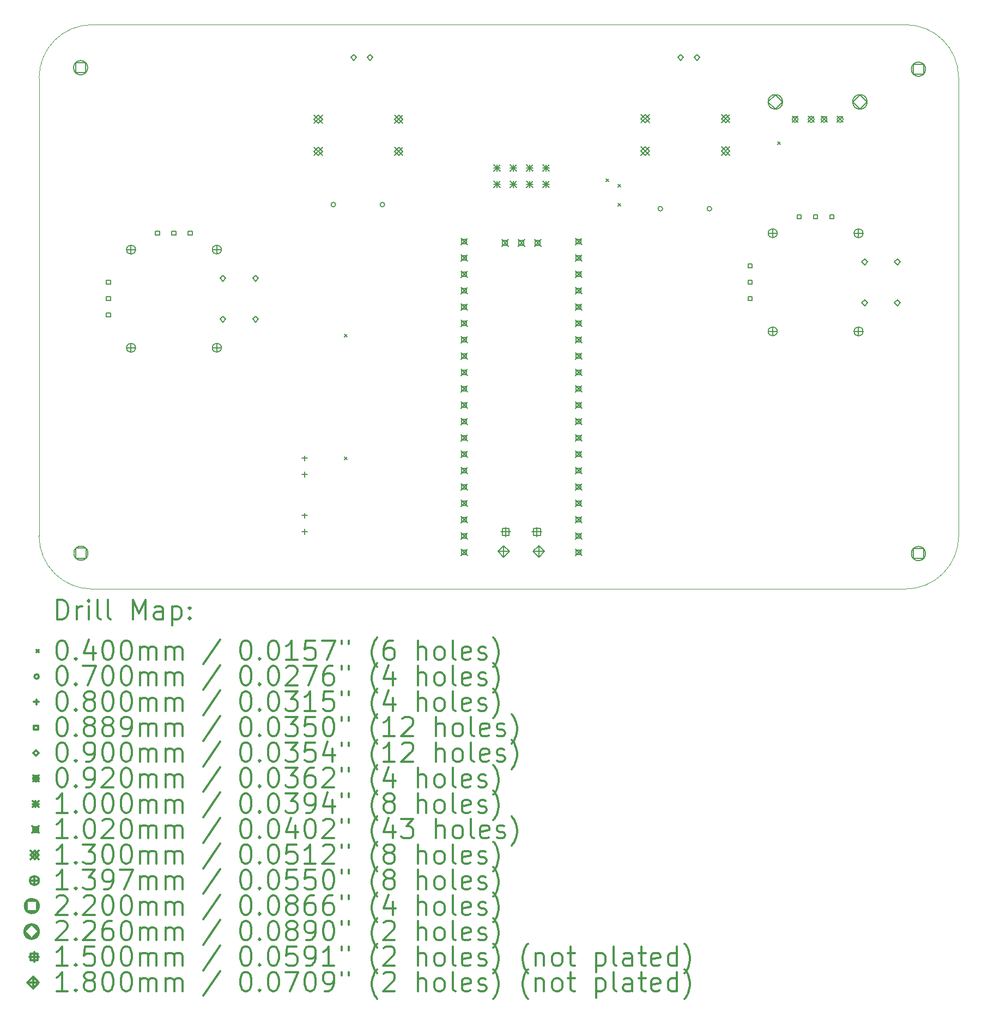
<source format=gbr>
%FSLAX45Y45*%
G04 Gerber Fmt 4.5, Leading zero omitted, Abs format (unit mm)*
G04 Created by KiCad (PCBNEW (5.1.10-1-10_14)) date 2021-10-16 18:12:27*
%MOMM*%
%LPD*%
G01*
G04 APERTURE LIST*
%TA.AperFunction,Profile*%
%ADD10C,0.050000*%
%TD*%
%ADD11C,0.200000*%
%ADD12C,0.300000*%
G04 APERTURE END LIST*
D10*
X23431500Y-5080000D02*
G75*
G02*
X24257000Y-5905500I0J-825500D01*
G01*
X9969500Y-5905500D02*
G75*
G02*
X10795000Y-5080000I825500J0D01*
G01*
X10795000Y-13843000D02*
G75*
G02*
X9969500Y-13017500I0J825500D01*
G01*
X24257000Y-13017500D02*
G75*
G02*
X23431500Y-13843000I-825500J0D01*
G01*
X9969500Y-13017500D02*
X9969500Y-5905500D01*
X23431500Y-13843000D02*
X10795000Y-13843000D01*
X24257000Y-5905500D02*
X24257000Y-13017500D01*
X10795000Y-5080000D02*
X23431500Y-5080000D01*
D11*
X14712000Y-9886000D02*
X14752000Y-9926000D01*
X14752000Y-9886000D02*
X14712000Y-9926000D01*
X14713270Y-11792270D02*
X14753270Y-11832270D01*
X14753270Y-11792270D02*
X14713270Y-11832270D01*
X18776000Y-7473000D02*
X18816000Y-7513000D01*
X18816000Y-7473000D02*
X18776000Y-7513000D01*
X18966501Y-7561901D02*
X19006501Y-7601901D01*
X19006501Y-7561901D02*
X18966501Y-7601901D01*
X18966501Y-7854000D02*
X19006501Y-7894000D01*
X19006501Y-7854000D02*
X18966501Y-7894000D01*
X21443000Y-6901500D02*
X21483000Y-6941500D01*
X21483000Y-6901500D02*
X21443000Y-6941500D01*
X14576500Y-7874000D02*
G75*
G03*
X14576500Y-7874000I-35000J0D01*
G01*
X15338500Y-7874000D02*
G75*
G03*
X15338500Y-7874000I-35000J0D01*
G01*
X19656500Y-7937500D02*
G75*
G03*
X19656500Y-7937500I-35000J0D01*
G01*
X20418500Y-7937500D02*
G75*
G03*
X20418500Y-7937500I-35000J0D01*
G01*
X14097000Y-11771000D02*
X14097000Y-11851000D01*
X14057000Y-11811000D02*
X14137000Y-11811000D01*
X14097000Y-12021000D02*
X14097000Y-12101000D01*
X14057000Y-12061000D02*
X14137000Y-12061000D01*
X14097000Y-12660000D02*
X14097000Y-12740000D01*
X14057000Y-12700000D02*
X14137000Y-12700000D01*
X14097000Y-12910000D02*
X14097000Y-12990000D01*
X14057000Y-12950000D02*
X14137000Y-12950000D01*
X11080431Y-9111931D02*
X11080431Y-9049069D01*
X11017569Y-9049069D01*
X11017569Y-9111931D01*
X11080431Y-9111931D01*
X11080431Y-9365931D02*
X11080431Y-9303069D01*
X11017569Y-9303069D01*
X11017569Y-9365931D01*
X11080431Y-9365931D01*
X11080431Y-9619931D02*
X11080431Y-9557069D01*
X11017569Y-9557069D01*
X11017569Y-9619931D01*
X11080431Y-9619931D01*
X11842431Y-8349931D02*
X11842431Y-8287069D01*
X11779569Y-8287069D01*
X11779569Y-8349931D01*
X11842431Y-8349931D01*
X12096431Y-8349931D02*
X12096431Y-8287069D01*
X12033569Y-8287069D01*
X12033569Y-8349931D01*
X12096431Y-8349931D01*
X12350431Y-8349931D02*
X12350431Y-8287069D01*
X12287569Y-8287069D01*
X12287569Y-8349931D01*
X12350431Y-8349931D01*
X21049931Y-8857931D02*
X21049931Y-8795069D01*
X20987069Y-8795069D01*
X20987069Y-8857931D01*
X21049931Y-8857931D01*
X21049931Y-9111931D02*
X21049931Y-9049069D01*
X20987069Y-9049069D01*
X20987069Y-9111931D01*
X21049931Y-9111931D01*
X21049931Y-9365931D02*
X21049931Y-9303069D01*
X20987069Y-9303069D01*
X20987069Y-9365931D01*
X21049931Y-9365931D01*
X21811931Y-8095931D02*
X21811931Y-8033069D01*
X21749069Y-8033069D01*
X21749069Y-8095931D01*
X21811931Y-8095931D01*
X22065931Y-8095931D02*
X22065931Y-8033069D01*
X22003069Y-8033069D01*
X22003069Y-8095931D01*
X22065931Y-8095931D01*
X22319931Y-8095931D02*
X22319931Y-8033069D01*
X22257069Y-8033069D01*
X22257069Y-8095931D01*
X22319931Y-8095931D01*
X12827000Y-9062000D02*
X12872000Y-9017000D01*
X12827000Y-8972000D01*
X12782000Y-9017000D01*
X12827000Y-9062000D01*
X12827000Y-9697000D02*
X12872000Y-9652000D01*
X12827000Y-9607000D01*
X12782000Y-9652000D01*
X12827000Y-9697000D01*
X13335000Y-9062000D02*
X13380000Y-9017000D01*
X13335000Y-8972000D01*
X13290000Y-9017000D01*
X13335000Y-9062000D01*
X13335000Y-9697000D02*
X13380000Y-9652000D01*
X13335000Y-9607000D01*
X13290000Y-9652000D01*
X13335000Y-9697000D01*
X14859000Y-5633000D02*
X14904000Y-5588000D01*
X14859000Y-5543000D01*
X14814000Y-5588000D01*
X14859000Y-5633000D01*
X15113000Y-5633000D02*
X15158000Y-5588000D01*
X15113000Y-5543000D01*
X15068000Y-5588000D01*
X15113000Y-5633000D01*
X19939000Y-5633000D02*
X19984000Y-5588000D01*
X19939000Y-5543000D01*
X19894000Y-5588000D01*
X19939000Y-5633000D01*
X20193000Y-5633000D02*
X20238000Y-5588000D01*
X20193000Y-5543000D01*
X20148000Y-5588000D01*
X20193000Y-5633000D01*
X22796500Y-8808000D02*
X22841500Y-8763000D01*
X22796500Y-8718000D01*
X22751500Y-8763000D01*
X22796500Y-8808000D01*
X22796500Y-9443000D02*
X22841500Y-9398000D01*
X22796500Y-9353000D01*
X22751500Y-9398000D01*
X22796500Y-9443000D01*
X23304500Y-8808000D02*
X23349500Y-8763000D01*
X23304500Y-8718000D01*
X23259500Y-8763000D01*
X23304500Y-8808000D01*
X23304500Y-9443000D02*
X23349500Y-9398000D01*
X23304500Y-9353000D01*
X23259500Y-9398000D01*
X23304500Y-9443000D01*
X21669840Y-6503880D02*
X21761840Y-6595880D01*
X21761840Y-6503880D02*
X21669840Y-6595880D01*
X21761840Y-6549880D02*
G75*
G03*
X21761840Y-6549880I-46000J0D01*
G01*
X21919840Y-6503880D02*
X22011840Y-6595880D01*
X22011840Y-6503880D02*
X21919840Y-6595880D01*
X22011840Y-6549880D02*
G75*
G03*
X22011840Y-6549880I-46000J0D01*
G01*
X22119840Y-6503880D02*
X22211840Y-6595880D01*
X22211840Y-6503880D02*
X22119840Y-6595880D01*
X22211840Y-6549880D02*
G75*
G03*
X22211840Y-6549880I-46000J0D01*
G01*
X22369840Y-6503880D02*
X22461840Y-6595880D01*
X22461840Y-6503880D02*
X22369840Y-6595880D01*
X22461840Y-6549880D02*
G75*
G03*
X22461840Y-6549880I-46000J0D01*
G01*
X17031500Y-7252500D02*
X17131500Y-7352500D01*
X17131500Y-7252500D02*
X17031500Y-7352500D01*
X17081500Y-7252500D02*
X17081500Y-7352500D01*
X17031500Y-7302500D02*
X17131500Y-7302500D01*
X17031500Y-7506500D02*
X17131500Y-7606500D01*
X17131500Y-7506500D02*
X17031500Y-7606500D01*
X17081500Y-7506500D02*
X17081500Y-7606500D01*
X17031500Y-7556500D02*
X17131500Y-7556500D01*
X17285500Y-7252500D02*
X17385500Y-7352500D01*
X17385500Y-7252500D02*
X17285500Y-7352500D01*
X17335500Y-7252500D02*
X17335500Y-7352500D01*
X17285500Y-7302500D02*
X17385500Y-7302500D01*
X17285500Y-7506500D02*
X17385500Y-7606500D01*
X17385500Y-7506500D02*
X17285500Y-7606500D01*
X17335500Y-7506500D02*
X17335500Y-7606500D01*
X17285500Y-7556500D02*
X17385500Y-7556500D01*
X17539500Y-7252500D02*
X17639500Y-7352500D01*
X17639500Y-7252500D02*
X17539500Y-7352500D01*
X17589500Y-7252500D02*
X17589500Y-7352500D01*
X17539500Y-7302500D02*
X17639500Y-7302500D01*
X17539500Y-7506500D02*
X17639500Y-7606500D01*
X17639500Y-7506500D02*
X17539500Y-7606500D01*
X17589500Y-7506500D02*
X17589500Y-7606500D01*
X17539500Y-7556500D02*
X17639500Y-7556500D01*
X17793500Y-7252500D02*
X17893500Y-7352500D01*
X17893500Y-7252500D02*
X17793500Y-7352500D01*
X17843500Y-7252500D02*
X17843500Y-7352500D01*
X17793500Y-7302500D02*
X17893500Y-7302500D01*
X17793500Y-7506500D02*
X17893500Y-7606500D01*
X17893500Y-7506500D02*
X17793500Y-7606500D01*
X17843500Y-7506500D02*
X17843500Y-7606500D01*
X17793500Y-7556500D02*
X17893500Y-7556500D01*
X16522500Y-8394500D02*
X16624500Y-8496500D01*
X16624500Y-8394500D02*
X16522500Y-8496500D01*
X16609563Y-8481563D02*
X16609563Y-8409437D01*
X16537437Y-8409437D01*
X16537437Y-8481563D01*
X16609563Y-8481563D01*
X16522500Y-8648500D02*
X16624500Y-8750500D01*
X16624500Y-8648500D02*
X16522500Y-8750500D01*
X16609563Y-8735563D02*
X16609563Y-8663437D01*
X16537437Y-8663437D01*
X16537437Y-8735563D01*
X16609563Y-8735563D01*
X16522500Y-8902500D02*
X16624500Y-9004500D01*
X16624500Y-8902500D02*
X16522500Y-9004500D01*
X16609563Y-8989563D02*
X16609563Y-8917437D01*
X16537437Y-8917437D01*
X16537437Y-8989563D01*
X16609563Y-8989563D01*
X16522500Y-9156500D02*
X16624500Y-9258500D01*
X16624500Y-9156500D02*
X16522500Y-9258500D01*
X16609563Y-9243563D02*
X16609563Y-9171437D01*
X16537437Y-9171437D01*
X16537437Y-9243563D01*
X16609563Y-9243563D01*
X16522500Y-9410500D02*
X16624500Y-9512500D01*
X16624500Y-9410500D02*
X16522500Y-9512500D01*
X16609563Y-9497563D02*
X16609563Y-9425437D01*
X16537437Y-9425437D01*
X16537437Y-9497563D01*
X16609563Y-9497563D01*
X16522500Y-9664500D02*
X16624500Y-9766500D01*
X16624500Y-9664500D02*
X16522500Y-9766500D01*
X16609563Y-9751563D02*
X16609563Y-9679437D01*
X16537437Y-9679437D01*
X16537437Y-9751563D01*
X16609563Y-9751563D01*
X16522500Y-9918500D02*
X16624500Y-10020500D01*
X16624500Y-9918500D02*
X16522500Y-10020500D01*
X16609563Y-10005563D02*
X16609563Y-9933437D01*
X16537437Y-9933437D01*
X16537437Y-10005563D01*
X16609563Y-10005563D01*
X16522500Y-10172500D02*
X16624500Y-10274500D01*
X16624500Y-10172500D02*
X16522500Y-10274500D01*
X16609563Y-10259563D02*
X16609563Y-10187437D01*
X16537437Y-10187437D01*
X16537437Y-10259563D01*
X16609563Y-10259563D01*
X16522500Y-10426500D02*
X16624500Y-10528500D01*
X16624500Y-10426500D02*
X16522500Y-10528500D01*
X16609563Y-10513563D02*
X16609563Y-10441437D01*
X16537437Y-10441437D01*
X16537437Y-10513563D01*
X16609563Y-10513563D01*
X16522500Y-10680500D02*
X16624500Y-10782500D01*
X16624500Y-10680500D02*
X16522500Y-10782500D01*
X16609563Y-10767563D02*
X16609563Y-10695437D01*
X16537437Y-10695437D01*
X16537437Y-10767563D01*
X16609563Y-10767563D01*
X16522500Y-10934500D02*
X16624500Y-11036500D01*
X16624500Y-10934500D02*
X16522500Y-11036500D01*
X16609563Y-11021563D02*
X16609563Y-10949437D01*
X16537437Y-10949437D01*
X16537437Y-11021563D01*
X16609563Y-11021563D01*
X16522500Y-11188500D02*
X16624500Y-11290500D01*
X16624500Y-11188500D02*
X16522500Y-11290500D01*
X16609563Y-11275563D02*
X16609563Y-11203437D01*
X16537437Y-11203437D01*
X16537437Y-11275563D01*
X16609563Y-11275563D01*
X16522500Y-11442500D02*
X16624500Y-11544500D01*
X16624500Y-11442500D02*
X16522500Y-11544500D01*
X16609563Y-11529563D02*
X16609563Y-11457437D01*
X16537437Y-11457437D01*
X16537437Y-11529563D01*
X16609563Y-11529563D01*
X16522500Y-11696500D02*
X16624500Y-11798500D01*
X16624500Y-11696500D02*
X16522500Y-11798500D01*
X16609563Y-11783563D02*
X16609563Y-11711437D01*
X16537437Y-11711437D01*
X16537437Y-11783563D01*
X16609563Y-11783563D01*
X16522500Y-11950500D02*
X16624500Y-12052500D01*
X16624500Y-11950500D02*
X16522500Y-12052500D01*
X16609563Y-12037563D02*
X16609563Y-11965437D01*
X16537437Y-11965437D01*
X16537437Y-12037563D01*
X16609563Y-12037563D01*
X16522500Y-12204500D02*
X16624500Y-12306500D01*
X16624500Y-12204500D02*
X16522500Y-12306500D01*
X16609563Y-12291563D02*
X16609563Y-12219437D01*
X16537437Y-12219437D01*
X16537437Y-12291563D01*
X16609563Y-12291563D01*
X16522500Y-12458500D02*
X16624500Y-12560500D01*
X16624500Y-12458500D02*
X16522500Y-12560500D01*
X16609563Y-12545563D02*
X16609563Y-12473437D01*
X16537437Y-12473437D01*
X16537437Y-12545563D01*
X16609563Y-12545563D01*
X16522500Y-12712500D02*
X16624500Y-12814500D01*
X16624500Y-12712500D02*
X16522500Y-12814500D01*
X16609563Y-12799563D02*
X16609563Y-12727437D01*
X16537437Y-12727437D01*
X16537437Y-12799563D01*
X16609563Y-12799563D01*
X16522500Y-12966500D02*
X16624500Y-13068500D01*
X16624500Y-12966500D02*
X16522500Y-13068500D01*
X16609563Y-13053563D02*
X16609563Y-12981437D01*
X16537437Y-12981437D01*
X16537437Y-13053563D01*
X16609563Y-13053563D01*
X16522500Y-13220500D02*
X16624500Y-13322500D01*
X16624500Y-13220500D02*
X16522500Y-13322500D01*
X16609563Y-13307563D02*
X16609563Y-13235437D01*
X16537437Y-13235437D01*
X16537437Y-13307563D01*
X16609563Y-13307563D01*
X17157500Y-8417500D02*
X17259500Y-8519500D01*
X17259500Y-8417500D02*
X17157500Y-8519500D01*
X17244563Y-8504563D02*
X17244563Y-8432437D01*
X17172437Y-8432437D01*
X17172437Y-8504563D01*
X17244563Y-8504563D01*
X17411500Y-8417500D02*
X17513500Y-8519500D01*
X17513500Y-8417500D02*
X17411500Y-8519500D01*
X17498563Y-8504563D02*
X17498563Y-8432437D01*
X17426437Y-8432437D01*
X17426437Y-8504563D01*
X17498563Y-8504563D01*
X17665500Y-8417500D02*
X17767500Y-8519500D01*
X17767500Y-8417500D02*
X17665500Y-8519500D01*
X17752563Y-8504563D02*
X17752563Y-8432437D01*
X17680437Y-8432437D01*
X17680437Y-8504563D01*
X17752563Y-8504563D01*
X18300500Y-8394500D02*
X18402500Y-8496500D01*
X18402500Y-8394500D02*
X18300500Y-8496500D01*
X18387563Y-8481563D02*
X18387563Y-8409437D01*
X18315437Y-8409437D01*
X18315437Y-8481563D01*
X18387563Y-8481563D01*
X18300500Y-8648500D02*
X18402500Y-8750500D01*
X18402500Y-8648500D02*
X18300500Y-8750500D01*
X18387563Y-8735563D02*
X18387563Y-8663437D01*
X18315437Y-8663437D01*
X18315437Y-8735563D01*
X18387563Y-8735563D01*
X18300500Y-8902500D02*
X18402500Y-9004500D01*
X18402500Y-8902500D02*
X18300500Y-9004500D01*
X18387563Y-8989563D02*
X18387563Y-8917437D01*
X18315437Y-8917437D01*
X18315437Y-8989563D01*
X18387563Y-8989563D01*
X18300500Y-9156500D02*
X18402500Y-9258500D01*
X18402500Y-9156500D02*
X18300500Y-9258500D01*
X18387563Y-9243563D02*
X18387563Y-9171437D01*
X18315437Y-9171437D01*
X18315437Y-9243563D01*
X18387563Y-9243563D01*
X18300500Y-9410500D02*
X18402500Y-9512500D01*
X18402500Y-9410500D02*
X18300500Y-9512500D01*
X18387563Y-9497563D02*
X18387563Y-9425437D01*
X18315437Y-9425437D01*
X18315437Y-9497563D01*
X18387563Y-9497563D01*
X18300500Y-9664500D02*
X18402500Y-9766500D01*
X18402500Y-9664500D02*
X18300500Y-9766500D01*
X18387563Y-9751563D02*
X18387563Y-9679437D01*
X18315437Y-9679437D01*
X18315437Y-9751563D01*
X18387563Y-9751563D01*
X18300500Y-9918500D02*
X18402500Y-10020500D01*
X18402500Y-9918500D02*
X18300500Y-10020500D01*
X18387563Y-10005563D02*
X18387563Y-9933437D01*
X18315437Y-9933437D01*
X18315437Y-10005563D01*
X18387563Y-10005563D01*
X18300500Y-10172500D02*
X18402500Y-10274500D01*
X18402500Y-10172500D02*
X18300500Y-10274500D01*
X18387563Y-10259563D02*
X18387563Y-10187437D01*
X18315437Y-10187437D01*
X18315437Y-10259563D01*
X18387563Y-10259563D01*
X18300500Y-10426500D02*
X18402500Y-10528500D01*
X18402500Y-10426500D02*
X18300500Y-10528500D01*
X18387563Y-10513563D02*
X18387563Y-10441437D01*
X18315437Y-10441437D01*
X18315437Y-10513563D01*
X18387563Y-10513563D01*
X18300500Y-10680500D02*
X18402500Y-10782500D01*
X18402500Y-10680500D02*
X18300500Y-10782500D01*
X18387563Y-10767563D02*
X18387563Y-10695437D01*
X18315437Y-10695437D01*
X18315437Y-10767563D01*
X18387563Y-10767563D01*
X18300500Y-10934500D02*
X18402500Y-11036500D01*
X18402500Y-10934500D02*
X18300500Y-11036500D01*
X18387563Y-11021563D02*
X18387563Y-10949437D01*
X18315437Y-10949437D01*
X18315437Y-11021563D01*
X18387563Y-11021563D01*
X18300500Y-11188500D02*
X18402500Y-11290500D01*
X18402500Y-11188500D02*
X18300500Y-11290500D01*
X18387563Y-11275563D02*
X18387563Y-11203437D01*
X18315437Y-11203437D01*
X18315437Y-11275563D01*
X18387563Y-11275563D01*
X18300500Y-11442500D02*
X18402500Y-11544500D01*
X18402500Y-11442500D02*
X18300500Y-11544500D01*
X18387563Y-11529563D02*
X18387563Y-11457437D01*
X18315437Y-11457437D01*
X18315437Y-11529563D01*
X18387563Y-11529563D01*
X18300500Y-11696500D02*
X18402500Y-11798500D01*
X18402500Y-11696500D02*
X18300500Y-11798500D01*
X18387563Y-11783563D02*
X18387563Y-11711437D01*
X18315437Y-11711437D01*
X18315437Y-11783563D01*
X18387563Y-11783563D01*
X18300500Y-11950500D02*
X18402500Y-12052500D01*
X18402500Y-11950500D02*
X18300500Y-12052500D01*
X18387563Y-12037563D02*
X18387563Y-11965437D01*
X18315437Y-11965437D01*
X18315437Y-12037563D01*
X18387563Y-12037563D01*
X18300500Y-12204500D02*
X18402500Y-12306500D01*
X18402500Y-12204500D02*
X18300500Y-12306500D01*
X18387563Y-12291563D02*
X18387563Y-12219437D01*
X18315437Y-12219437D01*
X18315437Y-12291563D01*
X18387563Y-12291563D01*
X18300500Y-12458500D02*
X18402500Y-12560500D01*
X18402500Y-12458500D02*
X18300500Y-12560500D01*
X18387563Y-12545563D02*
X18387563Y-12473437D01*
X18315437Y-12473437D01*
X18315437Y-12545563D01*
X18387563Y-12545563D01*
X18300500Y-12712500D02*
X18402500Y-12814500D01*
X18402500Y-12712500D02*
X18300500Y-12814500D01*
X18387563Y-12799563D02*
X18387563Y-12727437D01*
X18315437Y-12727437D01*
X18315437Y-12799563D01*
X18387563Y-12799563D01*
X18300500Y-12966500D02*
X18402500Y-13068500D01*
X18402500Y-12966500D02*
X18300500Y-13068500D01*
X18387563Y-13053563D02*
X18387563Y-12981437D01*
X18315437Y-12981437D01*
X18315437Y-13053563D01*
X18387563Y-13053563D01*
X18300500Y-13220500D02*
X18402500Y-13322500D01*
X18402500Y-13220500D02*
X18300500Y-13322500D01*
X18387563Y-13307563D02*
X18387563Y-13235437D01*
X18315437Y-13235437D01*
X18315437Y-13307563D01*
X18387563Y-13307563D01*
X14242500Y-6483500D02*
X14372500Y-6613500D01*
X14372500Y-6483500D02*
X14242500Y-6613500D01*
X14307500Y-6613500D02*
X14372500Y-6548500D01*
X14307500Y-6483500D01*
X14242500Y-6548500D01*
X14307500Y-6613500D01*
X14242500Y-6983500D02*
X14372500Y-7113500D01*
X14372500Y-6983500D02*
X14242500Y-7113500D01*
X14307500Y-7113500D02*
X14372500Y-7048500D01*
X14307500Y-6983500D01*
X14242500Y-7048500D01*
X14307500Y-7113500D01*
X15492500Y-6483500D02*
X15622500Y-6613500D01*
X15622500Y-6483500D02*
X15492500Y-6613500D01*
X15557500Y-6613500D02*
X15622500Y-6548500D01*
X15557500Y-6483500D01*
X15492500Y-6548500D01*
X15557500Y-6613500D01*
X15492500Y-6983500D02*
X15622500Y-7113500D01*
X15622500Y-6983500D02*
X15492500Y-7113500D01*
X15557500Y-7113500D02*
X15622500Y-7048500D01*
X15557500Y-6983500D01*
X15492500Y-7048500D01*
X15557500Y-7113500D01*
X19322500Y-6475500D02*
X19452500Y-6605500D01*
X19452500Y-6475500D02*
X19322500Y-6605500D01*
X19387500Y-6605500D02*
X19452500Y-6540500D01*
X19387500Y-6475500D01*
X19322500Y-6540500D01*
X19387500Y-6605500D01*
X19322500Y-6975500D02*
X19452500Y-7105500D01*
X19452500Y-6975500D02*
X19322500Y-7105500D01*
X19387500Y-7105500D02*
X19452500Y-7040500D01*
X19387500Y-6975500D01*
X19322500Y-7040500D01*
X19387500Y-7105500D01*
X20572500Y-6475500D02*
X20702500Y-6605500D01*
X20702500Y-6475500D02*
X20572500Y-6605500D01*
X20637500Y-6605500D02*
X20702500Y-6540500D01*
X20637500Y-6475500D01*
X20572500Y-6540500D01*
X20637500Y-6605500D01*
X20572500Y-6975500D02*
X20702500Y-7105500D01*
X20702500Y-6975500D02*
X20572500Y-7105500D01*
X20637500Y-7105500D02*
X20702500Y-7040500D01*
X20637500Y-6975500D01*
X20572500Y-7040500D01*
X20637500Y-7105500D01*
X11398250Y-8502650D02*
X11398250Y-8642350D01*
X11328400Y-8572500D02*
X11468100Y-8572500D01*
X11468100Y-8572500D02*
G75*
G03*
X11468100Y-8572500I-69850J0D01*
G01*
X11398250Y-10026650D02*
X11398250Y-10166350D01*
X11328400Y-10096500D02*
X11468100Y-10096500D01*
X11468100Y-10096500D02*
G75*
G03*
X11468100Y-10096500I-69850J0D01*
G01*
X12731750Y-8502650D02*
X12731750Y-8642350D01*
X12661900Y-8572500D02*
X12801600Y-8572500D01*
X12801600Y-8572500D02*
G75*
G03*
X12801600Y-8572500I-69850J0D01*
G01*
X12731750Y-10026650D02*
X12731750Y-10166350D01*
X12661900Y-10096500D02*
X12801600Y-10096500D01*
X12801600Y-10096500D02*
G75*
G03*
X12801600Y-10096500I-69850J0D01*
G01*
X21367750Y-8248650D02*
X21367750Y-8388350D01*
X21297900Y-8318500D02*
X21437600Y-8318500D01*
X21437600Y-8318500D02*
G75*
G03*
X21437600Y-8318500I-69850J0D01*
G01*
X21367750Y-9772650D02*
X21367750Y-9912350D01*
X21297900Y-9842500D02*
X21437600Y-9842500D01*
X21437600Y-9842500D02*
G75*
G03*
X21437600Y-9842500I-69850J0D01*
G01*
X22701250Y-8248650D02*
X22701250Y-8388350D01*
X22631400Y-8318500D02*
X22771100Y-8318500D01*
X22771100Y-8318500D02*
G75*
G03*
X22771100Y-8318500I-69850J0D01*
G01*
X22701250Y-9772650D02*
X22701250Y-9912350D01*
X22631400Y-9842500D02*
X22771100Y-9842500D01*
X22771100Y-9842500D02*
G75*
G03*
X22771100Y-9842500I-69850J0D01*
G01*
X10692443Y-5825802D02*
X10692443Y-5670237D01*
X10536878Y-5670237D01*
X10536878Y-5825802D01*
X10692443Y-5825802D01*
X10724660Y-5748020D02*
G75*
G03*
X10724660Y-5748020I-110000J0D01*
G01*
X10697523Y-13364522D02*
X10697523Y-13208957D01*
X10541958Y-13208957D01*
X10541958Y-13364522D01*
X10697523Y-13364522D01*
X10729740Y-13286740D02*
G75*
G03*
X10729740Y-13286740I-110000J0D01*
G01*
X23709942Y-5848662D02*
X23709942Y-5693097D01*
X23554377Y-5693097D01*
X23554377Y-5848662D01*
X23709942Y-5848662D01*
X23742160Y-5770880D02*
G75*
G03*
X23742160Y-5770880I-110000J0D01*
G01*
X23709942Y-13369602D02*
X23709942Y-13214037D01*
X23554377Y-13214037D01*
X23554377Y-13369602D01*
X23709942Y-13369602D01*
X23742160Y-13291820D02*
G75*
G03*
X23742160Y-13291820I-110000J0D01*
G01*
X21408840Y-6391880D02*
X21521840Y-6278880D01*
X21408840Y-6165880D01*
X21295840Y-6278880D01*
X21408840Y-6391880D01*
X21521840Y-6278880D02*
G75*
G03*
X21521840Y-6278880I-113000J0D01*
G01*
X22722840Y-6391880D02*
X22835840Y-6278880D01*
X22722840Y-6165880D01*
X22609840Y-6278880D01*
X22722840Y-6391880D01*
X22835840Y-6278880D02*
G75*
G03*
X22835840Y-6278880I-113000J0D01*
G01*
X17220000Y-12880500D02*
X17220000Y-13030500D01*
X17145000Y-12955500D02*
X17295000Y-12955500D01*
X17273034Y-13008533D02*
X17273034Y-12902466D01*
X17166967Y-12902466D01*
X17166967Y-13008533D01*
X17273034Y-13008533D01*
X17705000Y-12880500D02*
X17705000Y-13030500D01*
X17630000Y-12955500D02*
X17780000Y-12955500D01*
X17758034Y-13008533D02*
X17758034Y-12902466D01*
X17651967Y-12902466D01*
X17651967Y-13008533D01*
X17758034Y-13008533D01*
X17190000Y-13168500D02*
X17190000Y-13348500D01*
X17100000Y-13258500D02*
X17280000Y-13258500D01*
X17190000Y-13348500D02*
X17280000Y-13258500D01*
X17190000Y-13168500D01*
X17100000Y-13258500D01*
X17190000Y-13348500D01*
X17735000Y-13168500D02*
X17735000Y-13348500D01*
X17645000Y-13258500D02*
X17825000Y-13258500D01*
X17735000Y-13348500D02*
X17825000Y-13258500D01*
X17735000Y-13168500D01*
X17645000Y-13258500D01*
X17735000Y-13348500D01*
D12*
X10253428Y-14311214D02*
X10253428Y-14011214D01*
X10324857Y-14011214D01*
X10367714Y-14025500D01*
X10396286Y-14054071D01*
X10410571Y-14082643D01*
X10424857Y-14139786D01*
X10424857Y-14182643D01*
X10410571Y-14239786D01*
X10396286Y-14268357D01*
X10367714Y-14296929D01*
X10324857Y-14311214D01*
X10253428Y-14311214D01*
X10553428Y-14311214D02*
X10553428Y-14111214D01*
X10553428Y-14168357D02*
X10567714Y-14139786D01*
X10582000Y-14125500D01*
X10610571Y-14111214D01*
X10639143Y-14111214D01*
X10739143Y-14311214D02*
X10739143Y-14111214D01*
X10739143Y-14011214D02*
X10724857Y-14025500D01*
X10739143Y-14039786D01*
X10753428Y-14025500D01*
X10739143Y-14011214D01*
X10739143Y-14039786D01*
X10924857Y-14311214D02*
X10896286Y-14296929D01*
X10882000Y-14268357D01*
X10882000Y-14011214D01*
X11082000Y-14311214D02*
X11053428Y-14296929D01*
X11039143Y-14268357D01*
X11039143Y-14011214D01*
X11424857Y-14311214D02*
X11424857Y-14011214D01*
X11524857Y-14225500D01*
X11624857Y-14011214D01*
X11624857Y-14311214D01*
X11896286Y-14311214D02*
X11896286Y-14154071D01*
X11882000Y-14125500D01*
X11853428Y-14111214D01*
X11796286Y-14111214D01*
X11767714Y-14125500D01*
X11896286Y-14296929D02*
X11867714Y-14311214D01*
X11796286Y-14311214D01*
X11767714Y-14296929D01*
X11753428Y-14268357D01*
X11753428Y-14239786D01*
X11767714Y-14211214D01*
X11796286Y-14196929D01*
X11867714Y-14196929D01*
X11896286Y-14182643D01*
X12039143Y-14111214D02*
X12039143Y-14411214D01*
X12039143Y-14125500D02*
X12067714Y-14111214D01*
X12124857Y-14111214D01*
X12153428Y-14125500D01*
X12167714Y-14139786D01*
X12182000Y-14168357D01*
X12182000Y-14254071D01*
X12167714Y-14282643D01*
X12153428Y-14296929D01*
X12124857Y-14311214D01*
X12067714Y-14311214D01*
X12039143Y-14296929D01*
X12310571Y-14282643D02*
X12324857Y-14296929D01*
X12310571Y-14311214D01*
X12296286Y-14296929D01*
X12310571Y-14282643D01*
X12310571Y-14311214D01*
X12310571Y-14125500D02*
X12324857Y-14139786D01*
X12310571Y-14154071D01*
X12296286Y-14139786D01*
X12310571Y-14125500D01*
X12310571Y-14154071D01*
X9927000Y-14785500D02*
X9967000Y-14825500D01*
X9967000Y-14785500D02*
X9927000Y-14825500D01*
X10310571Y-14641214D02*
X10339143Y-14641214D01*
X10367714Y-14655500D01*
X10382000Y-14669786D01*
X10396286Y-14698357D01*
X10410571Y-14755500D01*
X10410571Y-14826929D01*
X10396286Y-14884071D01*
X10382000Y-14912643D01*
X10367714Y-14926929D01*
X10339143Y-14941214D01*
X10310571Y-14941214D01*
X10282000Y-14926929D01*
X10267714Y-14912643D01*
X10253428Y-14884071D01*
X10239143Y-14826929D01*
X10239143Y-14755500D01*
X10253428Y-14698357D01*
X10267714Y-14669786D01*
X10282000Y-14655500D01*
X10310571Y-14641214D01*
X10539143Y-14912643D02*
X10553428Y-14926929D01*
X10539143Y-14941214D01*
X10524857Y-14926929D01*
X10539143Y-14912643D01*
X10539143Y-14941214D01*
X10810571Y-14741214D02*
X10810571Y-14941214D01*
X10739143Y-14626929D02*
X10667714Y-14841214D01*
X10853428Y-14841214D01*
X11024857Y-14641214D02*
X11053428Y-14641214D01*
X11082000Y-14655500D01*
X11096286Y-14669786D01*
X11110571Y-14698357D01*
X11124857Y-14755500D01*
X11124857Y-14826929D01*
X11110571Y-14884071D01*
X11096286Y-14912643D01*
X11082000Y-14926929D01*
X11053428Y-14941214D01*
X11024857Y-14941214D01*
X10996286Y-14926929D01*
X10982000Y-14912643D01*
X10967714Y-14884071D01*
X10953428Y-14826929D01*
X10953428Y-14755500D01*
X10967714Y-14698357D01*
X10982000Y-14669786D01*
X10996286Y-14655500D01*
X11024857Y-14641214D01*
X11310571Y-14641214D02*
X11339143Y-14641214D01*
X11367714Y-14655500D01*
X11382000Y-14669786D01*
X11396286Y-14698357D01*
X11410571Y-14755500D01*
X11410571Y-14826929D01*
X11396286Y-14884071D01*
X11382000Y-14912643D01*
X11367714Y-14926929D01*
X11339143Y-14941214D01*
X11310571Y-14941214D01*
X11282000Y-14926929D01*
X11267714Y-14912643D01*
X11253428Y-14884071D01*
X11239143Y-14826929D01*
X11239143Y-14755500D01*
X11253428Y-14698357D01*
X11267714Y-14669786D01*
X11282000Y-14655500D01*
X11310571Y-14641214D01*
X11539143Y-14941214D02*
X11539143Y-14741214D01*
X11539143Y-14769786D02*
X11553428Y-14755500D01*
X11582000Y-14741214D01*
X11624857Y-14741214D01*
X11653428Y-14755500D01*
X11667714Y-14784071D01*
X11667714Y-14941214D01*
X11667714Y-14784071D02*
X11682000Y-14755500D01*
X11710571Y-14741214D01*
X11753428Y-14741214D01*
X11782000Y-14755500D01*
X11796286Y-14784071D01*
X11796286Y-14941214D01*
X11939143Y-14941214D02*
X11939143Y-14741214D01*
X11939143Y-14769786D02*
X11953428Y-14755500D01*
X11982000Y-14741214D01*
X12024857Y-14741214D01*
X12053428Y-14755500D01*
X12067714Y-14784071D01*
X12067714Y-14941214D01*
X12067714Y-14784071D02*
X12082000Y-14755500D01*
X12110571Y-14741214D01*
X12153428Y-14741214D01*
X12182000Y-14755500D01*
X12196286Y-14784071D01*
X12196286Y-14941214D01*
X12782000Y-14626929D02*
X12524857Y-15012643D01*
X13167714Y-14641214D02*
X13196286Y-14641214D01*
X13224857Y-14655500D01*
X13239143Y-14669786D01*
X13253428Y-14698357D01*
X13267714Y-14755500D01*
X13267714Y-14826929D01*
X13253428Y-14884071D01*
X13239143Y-14912643D01*
X13224857Y-14926929D01*
X13196286Y-14941214D01*
X13167714Y-14941214D01*
X13139143Y-14926929D01*
X13124857Y-14912643D01*
X13110571Y-14884071D01*
X13096286Y-14826929D01*
X13096286Y-14755500D01*
X13110571Y-14698357D01*
X13124857Y-14669786D01*
X13139143Y-14655500D01*
X13167714Y-14641214D01*
X13396286Y-14912643D02*
X13410571Y-14926929D01*
X13396286Y-14941214D01*
X13382000Y-14926929D01*
X13396286Y-14912643D01*
X13396286Y-14941214D01*
X13596286Y-14641214D02*
X13624857Y-14641214D01*
X13653428Y-14655500D01*
X13667714Y-14669786D01*
X13682000Y-14698357D01*
X13696286Y-14755500D01*
X13696286Y-14826929D01*
X13682000Y-14884071D01*
X13667714Y-14912643D01*
X13653428Y-14926929D01*
X13624857Y-14941214D01*
X13596286Y-14941214D01*
X13567714Y-14926929D01*
X13553428Y-14912643D01*
X13539143Y-14884071D01*
X13524857Y-14826929D01*
X13524857Y-14755500D01*
X13539143Y-14698357D01*
X13553428Y-14669786D01*
X13567714Y-14655500D01*
X13596286Y-14641214D01*
X13982000Y-14941214D02*
X13810571Y-14941214D01*
X13896286Y-14941214D02*
X13896286Y-14641214D01*
X13867714Y-14684071D01*
X13839143Y-14712643D01*
X13810571Y-14726929D01*
X14253428Y-14641214D02*
X14110571Y-14641214D01*
X14096286Y-14784071D01*
X14110571Y-14769786D01*
X14139143Y-14755500D01*
X14210571Y-14755500D01*
X14239143Y-14769786D01*
X14253428Y-14784071D01*
X14267714Y-14812643D01*
X14267714Y-14884071D01*
X14253428Y-14912643D01*
X14239143Y-14926929D01*
X14210571Y-14941214D01*
X14139143Y-14941214D01*
X14110571Y-14926929D01*
X14096286Y-14912643D01*
X14367714Y-14641214D02*
X14567714Y-14641214D01*
X14439143Y-14941214D01*
X14667714Y-14641214D02*
X14667714Y-14698357D01*
X14782000Y-14641214D02*
X14782000Y-14698357D01*
X15224857Y-15055500D02*
X15210571Y-15041214D01*
X15182000Y-14998357D01*
X15167714Y-14969786D01*
X15153428Y-14926929D01*
X15139143Y-14855500D01*
X15139143Y-14798357D01*
X15153428Y-14726929D01*
X15167714Y-14684071D01*
X15182000Y-14655500D01*
X15210571Y-14612643D01*
X15224857Y-14598357D01*
X15467714Y-14641214D02*
X15410571Y-14641214D01*
X15382000Y-14655500D01*
X15367714Y-14669786D01*
X15339143Y-14712643D01*
X15324857Y-14769786D01*
X15324857Y-14884071D01*
X15339143Y-14912643D01*
X15353428Y-14926929D01*
X15382000Y-14941214D01*
X15439143Y-14941214D01*
X15467714Y-14926929D01*
X15482000Y-14912643D01*
X15496286Y-14884071D01*
X15496286Y-14812643D01*
X15482000Y-14784071D01*
X15467714Y-14769786D01*
X15439143Y-14755500D01*
X15382000Y-14755500D01*
X15353428Y-14769786D01*
X15339143Y-14784071D01*
X15324857Y-14812643D01*
X15853428Y-14941214D02*
X15853428Y-14641214D01*
X15982000Y-14941214D02*
X15982000Y-14784071D01*
X15967714Y-14755500D01*
X15939143Y-14741214D01*
X15896286Y-14741214D01*
X15867714Y-14755500D01*
X15853428Y-14769786D01*
X16167714Y-14941214D02*
X16139143Y-14926929D01*
X16124857Y-14912643D01*
X16110571Y-14884071D01*
X16110571Y-14798357D01*
X16124857Y-14769786D01*
X16139143Y-14755500D01*
X16167714Y-14741214D01*
X16210571Y-14741214D01*
X16239143Y-14755500D01*
X16253428Y-14769786D01*
X16267714Y-14798357D01*
X16267714Y-14884071D01*
X16253428Y-14912643D01*
X16239143Y-14926929D01*
X16210571Y-14941214D01*
X16167714Y-14941214D01*
X16439143Y-14941214D02*
X16410571Y-14926929D01*
X16396286Y-14898357D01*
X16396286Y-14641214D01*
X16667714Y-14926929D02*
X16639143Y-14941214D01*
X16582000Y-14941214D01*
X16553428Y-14926929D01*
X16539143Y-14898357D01*
X16539143Y-14784071D01*
X16553428Y-14755500D01*
X16582000Y-14741214D01*
X16639143Y-14741214D01*
X16667714Y-14755500D01*
X16682000Y-14784071D01*
X16682000Y-14812643D01*
X16539143Y-14841214D01*
X16796286Y-14926929D02*
X16824857Y-14941214D01*
X16882000Y-14941214D01*
X16910571Y-14926929D01*
X16924857Y-14898357D01*
X16924857Y-14884071D01*
X16910571Y-14855500D01*
X16882000Y-14841214D01*
X16839143Y-14841214D01*
X16810571Y-14826929D01*
X16796286Y-14798357D01*
X16796286Y-14784071D01*
X16810571Y-14755500D01*
X16839143Y-14741214D01*
X16882000Y-14741214D01*
X16910571Y-14755500D01*
X17024857Y-15055500D02*
X17039143Y-15041214D01*
X17067714Y-14998357D01*
X17082000Y-14969786D01*
X17096286Y-14926929D01*
X17110571Y-14855500D01*
X17110571Y-14798357D01*
X17096286Y-14726929D01*
X17082000Y-14684071D01*
X17067714Y-14655500D01*
X17039143Y-14612643D01*
X17024857Y-14598357D01*
X9967000Y-15201500D02*
G75*
G03*
X9967000Y-15201500I-35000J0D01*
G01*
X10310571Y-15037214D02*
X10339143Y-15037214D01*
X10367714Y-15051500D01*
X10382000Y-15065786D01*
X10396286Y-15094357D01*
X10410571Y-15151500D01*
X10410571Y-15222929D01*
X10396286Y-15280071D01*
X10382000Y-15308643D01*
X10367714Y-15322929D01*
X10339143Y-15337214D01*
X10310571Y-15337214D01*
X10282000Y-15322929D01*
X10267714Y-15308643D01*
X10253428Y-15280071D01*
X10239143Y-15222929D01*
X10239143Y-15151500D01*
X10253428Y-15094357D01*
X10267714Y-15065786D01*
X10282000Y-15051500D01*
X10310571Y-15037214D01*
X10539143Y-15308643D02*
X10553428Y-15322929D01*
X10539143Y-15337214D01*
X10524857Y-15322929D01*
X10539143Y-15308643D01*
X10539143Y-15337214D01*
X10653428Y-15037214D02*
X10853428Y-15037214D01*
X10724857Y-15337214D01*
X11024857Y-15037214D02*
X11053428Y-15037214D01*
X11082000Y-15051500D01*
X11096286Y-15065786D01*
X11110571Y-15094357D01*
X11124857Y-15151500D01*
X11124857Y-15222929D01*
X11110571Y-15280071D01*
X11096286Y-15308643D01*
X11082000Y-15322929D01*
X11053428Y-15337214D01*
X11024857Y-15337214D01*
X10996286Y-15322929D01*
X10982000Y-15308643D01*
X10967714Y-15280071D01*
X10953428Y-15222929D01*
X10953428Y-15151500D01*
X10967714Y-15094357D01*
X10982000Y-15065786D01*
X10996286Y-15051500D01*
X11024857Y-15037214D01*
X11310571Y-15037214D02*
X11339143Y-15037214D01*
X11367714Y-15051500D01*
X11382000Y-15065786D01*
X11396286Y-15094357D01*
X11410571Y-15151500D01*
X11410571Y-15222929D01*
X11396286Y-15280071D01*
X11382000Y-15308643D01*
X11367714Y-15322929D01*
X11339143Y-15337214D01*
X11310571Y-15337214D01*
X11282000Y-15322929D01*
X11267714Y-15308643D01*
X11253428Y-15280071D01*
X11239143Y-15222929D01*
X11239143Y-15151500D01*
X11253428Y-15094357D01*
X11267714Y-15065786D01*
X11282000Y-15051500D01*
X11310571Y-15037214D01*
X11539143Y-15337214D02*
X11539143Y-15137214D01*
X11539143Y-15165786D02*
X11553428Y-15151500D01*
X11582000Y-15137214D01*
X11624857Y-15137214D01*
X11653428Y-15151500D01*
X11667714Y-15180071D01*
X11667714Y-15337214D01*
X11667714Y-15180071D02*
X11682000Y-15151500D01*
X11710571Y-15137214D01*
X11753428Y-15137214D01*
X11782000Y-15151500D01*
X11796286Y-15180071D01*
X11796286Y-15337214D01*
X11939143Y-15337214D02*
X11939143Y-15137214D01*
X11939143Y-15165786D02*
X11953428Y-15151500D01*
X11982000Y-15137214D01*
X12024857Y-15137214D01*
X12053428Y-15151500D01*
X12067714Y-15180071D01*
X12067714Y-15337214D01*
X12067714Y-15180071D02*
X12082000Y-15151500D01*
X12110571Y-15137214D01*
X12153428Y-15137214D01*
X12182000Y-15151500D01*
X12196286Y-15180071D01*
X12196286Y-15337214D01*
X12782000Y-15022929D02*
X12524857Y-15408643D01*
X13167714Y-15037214D02*
X13196286Y-15037214D01*
X13224857Y-15051500D01*
X13239143Y-15065786D01*
X13253428Y-15094357D01*
X13267714Y-15151500D01*
X13267714Y-15222929D01*
X13253428Y-15280071D01*
X13239143Y-15308643D01*
X13224857Y-15322929D01*
X13196286Y-15337214D01*
X13167714Y-15337214D01*
X13139143Y-15322929D01*
X13124857Y-15308643D01*
X13110571Y-15280071D01*
X13096286Y-15222929D01*
X13096286Y-15151500D01*
X13110571Y-15094357D01*
X13124857Y-15065786D01*
X13139143Y-15051500D01*
X13167714Y-15037214D01*
X13396286Y-15308643D02*
X13410571Y-15322929D01*
X13396286Y-15337214D01*
X13382000Y-15322929D01*
X13396286Y-15308643D01*
X13396286Y-15337214D01*
X13596286Y-15037214D02*
X13624857Y-15037214D01*
X13653428Y-15051500D01*
X13667714Y-15065786D01*
X13682000Y-15094357D01*
X13696286Y-15151500D01*
X13696286Y-15222929D01*
X13682000Y-15280071D01*
X13667714Y-15308643D01*
X13653428Y-15322929D01*
X13624857Y-15337214D01*
X13596286Y-15337214D01*
X13567714Y-15322929D01*
X13553428Y-15308643D01*
X13539143Y-15280071D01*
X13524857Y-15222929D01*
X13524857Y-15151500D01*
X13539143Y-15094357D01*
X13553428Y-15065786D01*
X13567714Y-15051500D01*
X13596286Y-15037214D01*
X13810571Y-15065786D02*
X13824857Y-15051500D01*
X13853428Y-15037214D01*
X13924857Y-15037214D01*
X13953428Y-15051500D01*
X13967714Y-15065786D01*
X13982000Y-15094357D01*
X13982000Y-15122929D01*
X13967714Y-15165786D01*
X13796286Y-15337214D01*
X13982000Y-15337214D01*
X14082000Y-15037214D02*
X14282000Y-15037214D01*
X14153428Y-15337214D01*
X14524857Y-15037214D02*
X14467714Y-15037214D01*
X14439143Y-15051500D01*
X14424857Y-15065786D01*
X14396286Y-15108643D01*
X14382000Y-15165786D01*
X14382000Y-15280071D01*
X14396286Y-15308643D01*
X14410571Y-15322929D01*
X14439143Y-15337214D01*
X14496286Y-15337214D01*
X14524857Y-15322929D01*
X14539143Y-15308643D01*
X14553428Y-15280071D01*
X14553428Y-15208643D01*
X14539143Y-15180071D01*
X14524857Y-15165786D01*
X14496286Y-15151500D01*
X14439143Y-15151500D01*
X14410571Y-15165786D01*
X14396286Y-15180071D01*
X14382000Y-15208643D01*
X14667714Y-15037214D02*
X14667714Y-15094357D01*
X14782000Y-15037214D02*
X14782000Y-15094357D01*
X15224857Y-15451500D02*
X15210571Y-15437214D01*
X15182000Y-15394357D01*
X15167714Y-15365786D01*
X15153428Y-15322929D01*
X15139143Y-15251500D01*
X15139143Y-15194357D01*
X15153428Y-15122929D01*
X15167714Y-15080071D01*
X15182000Y-15051500D01*
X15210571Y-15008643D01*
X15224857Y-14994357D01*
X15467714Y-15137214D02*
X15467714Y-15337214D01*
X15396286Y-15022929D02*
X15324857Y-15237214D01*
X15510571Y-15237214D01*
X15853428Y-15337214D02*
X15853428Y-15037214D01*
X15982000Y-15337214D02*
X15982000Y-15180071D01*
X15967714Y-15151500D01*
X15939143Y-15137214D01*
X15896286Y-15137214D01*
X15867714Y-15151500D01*
X15853428Y-15165786D01*
X16167714Y-15337214D02*
X16139143Y-15322929D01*
X16124857Y-15308643D01*
X16110571Y-15280071D01*
X16110571Y-15194357D01*
X16124857Y-15165786D01*
X16139143Y-15151500D01*
X16167714Y-15137214D01*
X16210571Y-15137214D01*
X16239143Y-15151500D01*
X16253428Y-15165786D01*
X16267714Y-15194357D01*
X16267714Y-15280071D01*
X16253428Y-15308643D01*
X16239143Y-15322929D01*
X16210571Y-15337214D01*
X16167714Y-15337214D01*
X16439143Y-15337214D02*
X16410571Y-15322929D01*
X16396286Y-15294357D01*
X16396286Y-15037214D01*
X16667714Y-15322929D02*
X16639143Y-15337214D01*
X16582000Y-15337214D01*
X16553428Y-15322929D01*
X16539143Y-15294357D01*
X16539143Y-15180071D01*
X16553428Y-15151500D01*
X16582000Y-15137214D01*
X16639143Y-15137214D01*
X16667714Y-15151500D01*
X16682000Y-15180071D01*
X16682000Y-15208643D01*
X16539143Y-15237214D01*
X16796286Y-15322929D02*
X16824857Y-15337214D01*
X16882000Y-15337214D01*
X16910571Y-15322929D01*
X16924857Y-15294357D01*
X16924857Y-15280071D01*
X16910571Y-15251500D01*
X16882000Y-15237214D01*
X16839143Y-15237214D01*
X16810571Y-15222929D01*
X16796286Y-15194357D01*
X16796286Y-15180071D01*
X16810571Y-15151500D01*
X16839143Y-15137214D01*
X16882000Y-15137214D01*
X16910571Y-15151500D01*
X17024857Y-15451500D02*
X17039143Y-15437214D01*
X17067714Y-15394357D01*
X17082000Y-15365786D01*
X17096286Y-15322929D01*
X17110571Y-15251500D01*
X17110571Y-15194357D01*
X17096286Y-15122929D01*
X17082000Y-15080071D01*
X17067714Y-15051500D01*
X17039143Y-15008643D01*
X17024857Y-14994357D01*
X9927000Y-15557500D02*
X9927000Y-15637500D01*
X9887000Y-15597500D02*
X9967000Y-15597500D01*
X10310571Y-15433214D02*
X10339143Y-15433214D01*
X10367714Y-15447500D01*
X10382000Y-15461786D01*
X10396286Y-15490357D01*
X10410571Y-15547500D01*
X10410571Y-15618929D01*
X10396286Y-15676071D01*
X10382000Y-15704643D01*
X10367714Y-15718929D01*
X10339143Y-15733214D01*
X10310571Y-15733214D01*
X10282000Y-15718929D01*
X10267714Y-15704643D01*
X10253428Y-15676071D01*
X10239143Y-15618929D01*
X10239143Y-15547500D01*
X10253428Y-15490357D01*
X10267714Y-15461786D01*
X10282000Y-15447500D01*
X10310571Y-15433214D01*
X10539143Y-15704643D02*
X10553428Y-15718929D01*
X10539143Y-15733214D01*
X10524857Y-15718929D01*
X10539143Y-15704643D01*
X10539143Y-15733214D01*
X10724857Y-15561786D02*
X10696286Y-15547500D01*
X10682000Y-15533214D01*
X10667714Y-15504643D01*
X10667714Y-15490357D01*
X10682000Y-15461786D01*
X10696286Y-15447500D01*
X10724857Y-15433214D01*
X10782000Y-15433214D01*
X10810571Y-15447500D01*
X10824857Y-15461786D01*
X10839143Y-15490357D01*
X10839143Y-15504643D01*
X10824857Y-15533214D01*
X10810571Y-15547500D01*
X10782000Y-15561786D01*
X10724857Y-15561786D01*
X10696286Y-15576071D01*
X10682000Y-15590357D01*
X10667714Y-15618929D01*
X10667714Y-15676071D01*
X10682000Y-15704643D01*
X10696286Y-15718929D01*
X10724857Y-15733214D01*
X10782000Y-15733214D01*
X10810571Y-15718929D01*
X10824857Y-15704643D01*
X10839143Y-15676071D01*
X10839143Y-15618929D01*
X10824857Y-15590357D01*
X10810571Y-15576071D01*
X10782000Y-15561786D01*
X11024857Y-15433214D02*
X11053428Y-15433214D01*
X11082000Y-15447500D01*
X11096286Y-15461786D01*
X11110571Y-15490357D01*
X11124857Y-15547500D01*
X11124857Y-15618929D01*
X11110571Y-15676071D01*
X11096286Y-15704643D01*
X11082000Y-15718929D01*
X11053428Y-15733214D01*
X11024857Y-15733214D01*
X10996286Y-15718929D01*
X10982000Y-15704643D01*
X10967714Y-15676071D01*
X10953428Y-15618929D01*
X10953428Y-15547500D01*
X10967714Y-15490357D01*
X10982000Y-15461786D01*
X10996286Y-15447500D01*
X11024857Y-15433214D01*
X11310571Y-15433214D02*
X11339143Y-15433214D01*
X11367714Y-15447500D01*
X11382000Y-15461786D01*
X11396286Y-15490357D01*
X11410571Y-15547500D01*
X11410571Y-15618929D01*
X11396286Y-15676071D01*
X11382000Y-15704643D01*
X11367714Y-15718929D01*
X11339143Y-15733214D01*
X11310571Y-15733214D01*
X11282000Y-15718929D01*
X11267714Y-15704643D01*
X11253428Y-15676071D01*
X11239143Y-15618929D01*
X11239143Y-15547500D01*
X11253428Y-15490357D01*
X11267714Y-15461786D01*
X11282000Y-15447500D01*
X11310571Y-15433214D01*
X11539143Y-15733214D02*
X11539143Y-15533214D01*
X11539143Y-15561786D02*
X11553428Y-15547500D01*
X11582000Y-15533214D01*
X11624857Y-15533214D01*
X11653428Y-15547500D01*
X11667714Y-15576071D01*
X11667714Y-15733214D01*
X11667714Y-15576071D02*
X11682000Y-15547500D01*
X11710571Y-15533214D01*
X11753428Y-15533214D01*
X11782000Y-15547500D01*
X11796286Y-15576071D01*
X11796286Y-15733214D01*
X11939143Y-15733214D02*
X11939143Y-15533214D01*
X11939143Y-15561786D02*
X11953428Y-15547500D01*
X11982000Y-15533214D01*
X12024857Y-15533214D01*
X12053428Y-15547500D01*
X12067714Y-15576071D01*
X12067714Y-15733214D01*
X12067714Y-15576071D02*
X12082000Y-15547500D01*
X12110571Y-15533214D01*
X12153428Y-15533214D01*
X12182000Y-15547500D01*
X12196286Y-15576071D01*
X12196286Y-15733214D01*
X12782000Y-15418929D02*
X12524857Y-15804643D01*
X13167714Y-15433214D02*
X13196286Y-15433214D01*
X13224857Y-15447500D01*
X13239143Y-15461786D01*
X13253428Y-15490357D01*
X13267714Y-15547500D01*
X13267714Y-15618929D01*
X13253428Y-15676071D01*
X13239143Y-15704643D01*
X13224857Y-15718929D01*
X13196286Y-15733214D01*
X13167714Y-15733214D01*
X13139143Y-15718929D01*
X13124857Y-15704643D01*
X13110571Y-15676071D01*
X13096286Y-15618929D01*
X13096286Y-15547500D01*
X13110571Y-15490357D01*
X13124857Y-15461786D01*
X13139143Y-15447500D01*
X13167714Y-15433214D01*
X13396286Y-15704643D02*
X13410571Y-15718929D01*
X13396286Y-15733214D01*
X13382000Y-15718929D01*
X13396286Y-15704643D01*
X13396286Y-15733214D01*
X13596286Y-15433214D02*
X13624857Y-15433214D01*
X13653428Y-15447500D01*
X13667714Y-15461786D01*
X13682000Y-15490357D01*
X13696286Y-15547500D01*
X13696286Y-15618929D01*
X13682000Y-15676071D01*
X13667714Y-15704643D01*
X13653428Y-15718929D01*
X13624857Y-15733214D01*
X13596286Y-15733214D01*
X13567714Y-15718929D01*
X13553428Y-15704643D01*
X13539143Y-15676071D01*
X13524857Y-15618929D01*
X13524857Y-15547500D01*
X13539143Y-15490357D01*
X13553428Y-15461786D01*
X13567714Y-15447500D01*
X13596286Y-15433214D01*
X13796286Y-15433214D02*
X13982000Y-15433214D01*
X13882000Y-15547500D01*
X13924857Y-15547500D01*
X13953428Y-15561786D01*
X13967714Y-15576071D01*
X13982000Y-15604643D01*
X13982000Y-15676071D01*
X13967714Y-15704643D01*
X13953428Y-15718929D01*
X13924857Y-15733214D01*
X13839143Y-15733214D01*
X13810571Y-15718929D01*
X13796286Y-15704643D01*
X14267714Y-15733214D02*
X14096286Y-15733214D01*
X14182000Y-15733214D02*
X14182000Y-15433214D01*
X14153428Y-15476071D01*
X14124857Y-15504643D01*
X14096286Y-15518929D01*
X14539143Y-15433214D02*
X14396286Y-15433214D01*
X14382000Y-15576071D01*
X14396286Y-15561786D01*
X14424857Y-15547500D01*
X14496286Y-15547500D01*
X14524857Y-15561786D01*
X14539143Y-15576071D01*
X14553428Y-15604643D01*
X14553428Y-15676071D01*
X14539143Y-15704643D01*
X14524857Y-15718929D01*
X14496286Y-15733214D01*
X14424857Y-15733214D01*
X14396286Y-15718929D01*
X14382000Y-15704643D01*
X14667714Y-15433214D02*
X14667714Y-15490357D01*
X14782000Y-15433214D02*
X14782000Y-15490357D01*
X15224857Y-15847500D02*
X15210571Y-15833214D01*
X15182000Y-15790357D01*
X15167714Y-15761786D01*
X15153428Y-15718929D01*
X15139143Y-15647500D01*
X15139143Y-15590357D01*
X15153428Y-15518929D01*
X15167714Y-15476071D01*
X15182000Y-15447500D01*
X15210571Y-15404643D01*
X15224857Y-15390357D01*
X15467714Y-15533214D02*
X15467714Y-15733214D01*
X15396286Y-15418929D02*
X15324857Y-15633214D01*
X15510571Y-15633214D01*
X15853428Y-15733214D02*
X15853428Y-15433214D01*
X15982000Y-15733214D02*
X15982000Y-15576071D01*
X15967714Y-15547500D01*
X15939143Y-15533214D01*
X15896286Y-15533214D01*
X15867714Y-15547500D01*
X15853428Y-15561786D01*
X16167714Y-15733214D02*
X16139143Y-15718929D01*
X16124857Y-15704643D01*
X16110571Y-15676071D01*
X16110571Y-15590357D01*
X16124857Y-15561786D01*
X16139143Y-15547500D01*
X16167714Y-15533214D01*
X16210571Y-15533214D01*
X16239143Y-15547500D01*
X16253428Y-15561786D01*
X16267714Y-15590357D01*
X16267714Y-15676071D01*
X16253428Y-15704643D01*
X16239143Y-15718929D01*
X16210571Y-15733214D01*
X16167714Y-15733214D01*
X16439143Y-15733214D02*
X16410571Y-15718929D01*
X16396286Y-15690357D01*
X16396286Y-15433214D01*
X16667714Y-15718929D02*
X16639143Y-15733214D01*
X16582000Y-15733214D01*
X16553428Y-15718929D01*
X16539143Y-15690357D01*
X16539143Y-15576071D01*
X16553428Y-15547500D01*
X16582000Y-15533214D01*
X16639143Y-15533214D01*
X16667714Y-15547500D01*
X16682000Y-15576071D01*
X16682000Y-15604643D01*
X16539143Y-15633214D01*
X16796286Y-15718929D02*
X16824857Y-15733214D01*
X16882000Y-15733214D01*
X16910571Y-15718929D01*
X16924857Y-15690357D01*
X16924857Y-15676071D01*
X16910571Y-15647500D01*
X16882000Y-15633214D01*
X16839143Y-15633214D01*
X16810571Y-15618929D01*
X16796286Y-15590357D01*
X16796286Y-15576071D01*
X16810571Y-15547500D01*
X16839143Y-15533214D01*
X16882000Y-15533214D01*
X16910571Y-15547500D01*
X17024857Y-15847500D02*
X17039143Y-15833214D01*
X17067714Y-15790357D01*
X17082000Y-15761786D01*
X17096286Y-15718929D01*
X17110571Y-15647500D01*
X17110571Y-15590357D01*
X17096286Y-15518929D01*
X17082000Y-15476071D01*
X17067714Y-15447500D01*
X17039143Y-15404643D01*
X17024857Y-15390357D01*
X9953981Y-16024931D02*
X9953981Y-15962069D01*
X9891119Y-15962069D01*
X9891119Y-16024931D01*
X9953981Y-16024931D01*
X10310571Y-15829214D02*
X10339143Y-15829214D01*
X10367714Y-15843500D01*
X10382000Y-15857786D01*
X10396286Y-15886357D01*
X10410571Y-15943500D01*
X10410571Y-16014929D01*
X10396286Y-16072071D01*
X10382000Y-16100643D01*
X10367714Y-16114929D01*
X10339143Y-16129214D01*
X10310571Y-16129214D01*
X10282000Y-16114929D01*
X10267714Y-16100643D01*
X10253428Y-16072071D01*
X10239143Y-16014929D01*
X10239143Y-15943500D01*
X10253428Y-15886357D01*
X10267714Y-15857786D01*
X10282000Y-15843500D01*
X10310571Y-15829214D01*
X10539143Y-16100643D02*
X10553428Y-16114929D01*
X10539143Y-16129214D01*
X10524857Y-16114929D01*
X10539143Y-16100643D01*
X10539143Y-16129214D01*
X10724857Y-15957786D02*
X10696286Y-15943500D01*
X10682000Y-15929214D01*
X10667714Y-15900643D01*
X10667714Y-15886357D01*
X10682000Y-15857786D01*
X10696286Y-15843500D01*
X10724857Y-15829214D01*
X10782000Y-15829214D01*
X10810571Y-15843500D01*
X10824857Y-15857786D01*
X10839143Y-15886357D01*
X10839143Y-15900643D01*
X10824857Y-15929214D01*
X10810571Y-15943500D01*
X10782000Y-15957786D01*
X10724857Y-15957786D01*
X10696286Y-15972071D01*
X10682000Y-15986357D01*
X10667714Y-16014929D01*
X10667714Y-16072071D01*
X10682000Y-16100643D01*
X10696286Y-16114929D01*
X10724857Y-16129214D01*
X10782000Y-16129214D01*
X10810571Y-16114929D01*
X10824857Y-16100643D01*
X10839143Y-16072071D01*
X10839143Y-16014929D01*
X10824857Y-15986357D01*
X10810571Y-15972071D01*
X10782000Y-15957786D01*
X11010571Y-15957786D02*
X10982000Y-15943500D01*
X10967714Y-15929214D01*
X10953428Y-15900643D01*
X10953428Y-15886357D01*
X10967714Y-15857786D01*
X10982000Y-15843500D01*
X11010571Y-15829214D01*
X11067714Y-15829214D01*
X11096286Y-15843500D01*
X11110571Y-15857786D01*
X11124857Y-15886357D01*
X11124857Y-15900643D01*
X11110571Y-15929214D01*
X11096286Y-15943500D01*
X11067714Y-15957786D01*
X11010571Y-15957786D01*
X10982000Y-15972071D01*
X10967714Y-15986357D01*
X10953428Y-16014929D01*
X10953428Y-16072071D01*
X10967714Y-16100643D01*
X10982000Y-16114929D01*
X11010571Y-16129214D01*
X11067714Y-16129214D01*
X11096286Y-16114929D01*
X11110571Y-16100643D01*
X11124857Y-16072071D01*
X11124857Y-16014929D01*
X11110571Y-15986357D01*
X11096286Y-15972071D01*
X11067714Y-15957786D01*
X11267714Y-16129214D02*
X11324857Y-16129214D01*
X11353428Y-16114929D01*
X11367714Y-16100643D01*
X11396286Y-16057786D01*
X11410571Y-16000643D01*
X11410571Y-15886357D01*
X11396286Y-15857786D01*
X11382000Y-15843500D01*
X11353428Y-15829214D01*
X11296286Y-15829214D01*
X11267714Y-15843500D01*
X11253428Y-15857786D01*
X11239143Y-15886357D01*
X11239143Y-15957786D01*
X11253428Y-15986357D01*
X11267714Y-16000643D01*
X11296286Y-16014929D01*
X11353428Y-16014929D01*
X11382000Y-16000643D01*
X11396286Y-15986357D01*
X11410571Y-15957786D01*
X11539143Y-16129214D02*
X11539143Y-15929214D01*
X11539143Y-15957786D02*
X11553428Y-15943500D01*
X11582000Y-15929214D01*
X11624857Y-15929214D01*
X11653428Y-15943500D01*
X11667714Y-15972071D01*
X11667714Y-16129214D01*
X11667714Y-15972071D02*
X11682000Y-15943500D01*
X11710571Y-15929214D01*
X11753428Y-15929214D01*
X11782000Y-15943500D01*
X11796286Y-15972071D01*
X11796286Y-16129214D01*
X11939143Y-16129214D02*
X11939143Y-15929214D01*
X11939143Y-15957786D02*
X11953428Y-15943500D01*
X11982000Y-15929214D01*
X12024857Y-15929214D01*
X12053428Y-15943500D01*
X12067714Y-15972071D01*
X12067714Y-16129214D01*
X12067714Y-15972071D02*
X12082000Y-15943500D01*
X12110571Y-15929214D01*
X12153428Y-15929214D01*
X12182000Y-15943500D01*
X12196286Y-15972071D01*
X12196286Y-16129214D01*
X12782000Y-15814929D02*
X12524857Y-16200643D01*
X13167714Y-15829214D02*
X13196286Y-15829214D01*
X13224857Y-15843500D01*
X13239143Y-15857786D01*
X13253428Y-15886357D01*
X13267714Y-15943500D01*
X13267714Y-16014929D01*
X13253428Y-16072071D01*
X13239143Y-16100643D01*
X13224857Y-16114929D01*
X13196286Y-16129214D01*
X13167714Y-16129214D01*
X13139143Y-16114929D01*
X13124857Y-16100643D01*
X13110571Y-16072071D01*
X13096286Y-16014929D01*
X13096286Y-15943500D01*
X13110571Y-15886357D01*
X13124857Y-15857786D01*
X13139143Y-15843500D01*
X13167714Y-15829214D01*
X13396286Y-16100643D02*
X13410571Y-16114929D01*
X13396286Y-16129214D01*
X13382000Y-16114929D01*
X13396286Y-16100643D01*
X13396286Y-16129214D01*
X13596286Y-15829214D02*
X13624857Y-15829214D01*
X13653428Y-15843500D01*
X13667714Y-15857786D01*
X13682000Y-15886357D01*
X13696286Y-15943500D01*
X13696286Y-16014929D01*
X13682000Y-16072071D01*
X13667714Y-16100643D01*
X13653428Y-16114929D01*
X13624857Y-16129214D01*
X13596286Y-16129214D01*
X13567714Y-16114929D01*
X13553428Y-16100643D01*
X13539143Y-16072071D01*
X13524857Y-16014929D01*
X13524857Y-15943500D01*
X13539143Y-15886357D01*
X13553428Y-15857786D01*
X13567714Y-15843500D01*
X13596286Y-15829214D01*
X13796286Y-15829214D02*
X13982000Y-15829214D01*
X13882000Y-15943500D01*
X13924857Y-15943500D01*
X13953428Y-15957786D01*
X13967714Y-15972071D01*
X13982000Y-16000643D01*
X13982000Y-16072071D01*
X13967714Y-16100643D01*
X13953428Y-16114929D01*
X13924857Y-16129214D01*
X13839143Y-16129214D01*
X13810571Y-16114929D01*
X13796286Y-16100643D01*
X14253428Y-15829214D02*
X14110571Y-15829214D01*
X14096286Y-15972071D01*
X14110571Y-15957786D01*
X14139143Y-15943500D01*
X14210571Y-15943500D01*
X14239143Y-15957786D01*
X14253428Y-15972071D01*
X14267714Y-16000643D01*
X14267714Y-16072071D01*
X14253428Y-16100643D01*
X14239143Y-16114929D01*
X14210571Y-16129214D01*
X14139143Y-16129214D01*
X14110571Y-16114929D01*
X14096286Y-16100643D01*
X14453428Y-15829214D02*
X14482000Y-15829214D01*
X14510571Y-15843500D01*
X14524857Y-15857786D01*
X14539143Y-15886357D01*
X14553428Y-15943500D01*
X14553428Y-16014929D01*
X14539143Y-16072071D01*
X14524857Y-16100643D01*
X14510571Y-16114929D01*
X14482000Y-16129214D01*
X14453428Y-16129214D01*
X14424857Y-16114929D01*
X14410571Y-16100643D01*
X14396286Y-16072071D01*
X14382000Y-16014929D01*
X14382000Y-15943500D01*
X14396286Y-15886357D01*
X14410571Y-15857786D01*
X14424857Y-15843500D01*
X14453428Y-15829214D01*
X14667714Y-15829214D02*
X14667714Y-15886357D01*
X14782000Y-15829214D02*
X14782000Y-15886357D01*
X15224857Y-16243500D02*
X15210571Y-16229214D01*
X15182000Y-16186357D01*
X15167714Y-16157786D01*
X15153428Y-16114929D01*
X15139143Y-16043500D01*
X15139143Y-15986357D01*
X15153428Y-15914929D01*
X15167714Y-15872071D01*
X15182000Y-15843500D01*
X15210571Y-15800643D01*
X15224857Y-15786357D01*
X15496286Y-16129214D02*
X15324857Y-16129214D01*
X15410571Y-16129214D02*
X15410571Y-15829214D01*
X15382000Y-15872071D01*
X15353428Y-15900643D01*
X15324857Y-15914929D01*
X15610571Y-15857786D02*
X15624857Y-15843500D01*
X15653428Y-15829214D01*
X15724857Y-15829214D01*
X15753428Y-15843500D01*
X15767714Y-15857786D01*
X15782000Y-15886357D01*
X15782000Y-15914929D01*
X15767714Y-15957786D01*
X15596286Y-16129214D01*
X15782000Y-16129214D01*
X16139143Y-16129214D02*
X16139143Y-15829214D01*
X16267714Y-16129214D02*
X16267714Y-15972071D01*
X16253428Y-15943500D01*
X16224857Y-15929214D01*
X16182000Y-15929214D01*
X16153428Y-15943500D01*
X16139143Y-15957786D01*
X16453428Y-16129214D02*
X16424857Y-16114929D01*
X16410571Y-16100643D01*
X16396286Y-16072071D01*
X16396286Y-15986357D01*
X16410571Y-15957786D01*
X16424857Y-15943500D01*
X16453428Y-15929214D01*
X16496286Y-15929214D01*
X16524857Y-15943500D01*
X16539143Y-15957786D01*
X16553428Y-15986357D01*
X16553428Y-16072071D01*
X16539143Y-16100643D01*
X16524857Y-16114929D01*
X16496286Y-16129214D01*
X16453428Y-16129214D01*
X16724857Y-16129214D02*
X16696286Y-16114929D01*
X16682000Y-16086357D01*
X16682000Y-15829214D01*
X16953428Y-16114929D02*
X16924857Y-16129214D01*
X16867714Y-16129214D01*
X16839143Y-16114929D01*
X16824857Y-16086357D01*
X16824857Y-15972071D01*
X16839143Y-15943500D01*
X16867714Y-15929214D01*
X16924857Y-15929214D01*
X16953428Y-15943500D01*
X16967714Y-15972071D01*
X16967714Y-16000643D01*
X16824857Y-16029214D01*
X17082000Y-16114929D02*
X17110571Y-16129214D01*
X17167714Y-16129214D01*
X17196286Y-16114929D01*
X17210571Y-16086357D01*
X17210571Y-16072071D01*
X17196286Y-16043500D01*
X17167714Y-16029214D01*
X17124857Y-16029214D01*
X17096286Y-16014929D01*
X17082000Y-15986357D01*
X17082000Y-15972071D01*
X17096286Y-15943500D01*
X17124857Y-15929214D01*
X17167714Y-15929214D01*
X17196286Y-15943500D01*
X17310571Y-16243500D02*
X17324857Y-16229214D01*
X17353428Y-16186357D01*
X17367714Y-16157786D01*
X17382000Y-16114929D01*
X17396286Y-16043500D01*
X17396286Y-15986357D01*
X17382000Y-15914929D01*
X17367714Y-15872071D01*
X17353428Y-15843500D01*
X17324857Y-15800643D01*
X17310571Y-15786357D01*
X9922000Y-16434500D02*
X9967000Y-16389500D01*
X9922000Y-16344500D01*
X9877000Y-16389500D01*
X9922000Y-16434500D01*
X10310571Y-16225214D02*
X10339143Y-16225214D01*
X10367714Y-16239500D01*
X10382000Y-16253786D01*
X10396286Y-16282357D01*
X10410571Y-16339500D01*
X10410571Y-16410929D01*
X10396286Y-16468071D01*
X10382000Y-16496643D01*
X10367714Y-16510929D01*
X10339143Y-16525214D01*
X10310571Y-16525214D01*
X10282000Y-16510929D01*
X10267714Y-16496643D01*
X10253428Y-16468071D01*
X10239143Y-16410929D01*
X10239143Y-16339500D01*
X10253428Y-16282357D01*
X10267714Y-16253786D01*
X10282000Y-16239500D01*
X10310571Y-16225214D01*
X10539143Y-16496643D02*
X10553428Y-16510929D01*
X10539143Y-16525214D01*
X10524857Y-16510929D01*
X10539143Y-16496643D01*
X10539143Y-16525214D01*
X10696286Y-16525214D02*
X10753428Y-16525214D01*
X10782000Y-16510929D01*
X10796286Y-16496643D01*
X10824857Y-16453786D01*
X10839143Y-16396643D01*
X10839143Y-16282357D01*
X10824857Y-16253786D01*
X10810571Y-16239500D01*
X10782000Y-16225214D01*
X10724857Y-16225214D01*
X10696286Y-16239500D01*
X10682000Y-16253786D01*
X10667714Y-16282357D01*
X10667714Y-16353786D01*
X10682000Y-16382357D01*
X10696286Y-16396643D01*
X10724857Y-16410929D01*
X10782000Y-16410929D01*
X10810571Y-16396643D01*
X10824857Y-16382357D01*
X10839143Y-16353786D01*
X11024857Y-16225214D02*
X11053428Y-16225214D01*
X11082000Y-16239500D01*
X11096286Y-16253786D01*
X11110571Y-16282357D01*
X11124857Y-16339500D01*
X11124857Y-16410929D01*
X11110571Y-16468071D01*
X11096286Y-16496643D01*
X11082000Y-16510929D01*
X11053428Y-16525214D01*
X11024857Y-16525214D01*
X10996286Y-16510929D01*
X10982000Y-16496643D01*
X10967714Y-16468071D01*
X10953428Y-16410929D01*
X10953428Y-16339500D01*
X10967714Y-16282357D01*
X10982000Y-16253786D01*
X10996286Y-16239500D01*
X11024857Y-16225214D01*
X11310571Y-16225214D02*
X11339143Y-16225214D01*
X11367714Y-16239500D01*
X11382000Y-16253786D01*
X11396286Y-16282357D01*
X11410571Y-16339500D01*
X11410571Y-16410929D01*
X11396286Y-16468071D01*
X11382000Y-16496643D01*
X11367714Y-16510929D01*
X11339143Y-16525214D01*
X11310571Y-16525214D01*
X11282000Y-16510929D01*
X11267714Y-16496643D01*
X11253428Y-16468071D01*
X11239143Y-16410929D01*
X11239143Y-16339500D01*
X11253428Y-16282357D01*
X11267714Y-16253786D01*
X11282000Y-16239500D01*
X11310571Y-16225214D01*
X11539143Y-16525214D02*
X11539143Y-16325214D01*
X11539143Y-16353786D02*
X11553428Y-16339500D01*
X11582000Y-16325214D01*
X11624857Y-16325214D01*
X11653428Y-16339500D01*
X11667714Y-16368071D01*
X11667714Y-16525214D01*
X11667714Y-16368071D02*
X11682000Y-16339500D01*
X11710571Y-16325214D01*
X11753428Y-16325214D01*
X11782000Y-16339500D01*
X11796286Y-16368071D01*
X11796286Y-16525214D01*
X11939143Y-16525214D02*
X11939143Y-16325214D01*
X11939143Y-16353786D02*
X11953428Y-16339500D01*
X11982000Y-16325214D01*
X12024857Y-16325214D01*
X12053428Y-16339500D01*
X12067714Y-16368071D01*
X12067714Y-16525214D01*
X12067714Y-16368071D02*
X12082000Y-16339500D01*
X12110571Y-16325214D01*
X12153428Y-16325214D01*
X12182000Y-16339500D01*
X12196286Y-16368071D01*
X12196286Y-16525214D01*
X12782000Y-16210929D02*
X12524857Y-16596643D01*
X13167714Y-16225214D02*
X13196286Y-16225214D01*
X13224857Y-16239500D01*
X13239143Y-16253786D01*
X13253428Y-16282357D01*
X13267714Y-16339500D01*
X13267714Y-16410929D01*
X13253428Y-16468071D01*
X13239143Y-16496643D01*
X13224857Y-16510929D01*
X13196286Y-16525214D01*
X13167714Y-16525214D01*
X13139143Y-16510929D01*
X13124857Y-16496643D01*
X13110571Y-16468071D01*
X13096286Y-16410929D01*
X13096286Y-16339500D01*
X13110571Y-16282357D01*
X13124857Y-16253786D01*
X13139143Y-16239500D01*
X13167714Y-16225214D01*
X13396286Y-16496643D02*
X13410571Y-16510929D01*
X13396286Y-16525214D01*
X13382000Y-16510929D01*
X13396286Y-16496643D01*
X13396286Y-16525214D01*
X13596286Y-16225214D02*
X13624857Y-16225214D01*
X13653428Y-16239500D01*
X13667714Y-16253786D01*
X13682000Y-16282357D01*
X13696286Y-16339500D01*
X13696286Y-16410929D01*
X13682000Y-16468071D01*
X13667714Y-16496643D01*
X13653428Y-16510929D01*
X13624857Y-16525214D01*
X13596286Y-16525214D01*
X13567714Y-16510929D01*
X13553428Y-16496643D01*
X13539143Y-16468071D01*
X13524857Y-16410929D01*
X13524857Y-16339500D01*
X13539143Y-16282357D01*
X13553428Y-16253786D01*
X13567714Y-16239500D01*
X13596286Y-16225214D01*
X13796286Y-16225214D02*
X13982000Y-16225214D01*
X13882000Y-16339500D01*
X13924857Y-16339500D01*
X13953428Y-16353786D01*
X13967714Y-16368071D01*
X13982000Y-16396643D01*
X13982000Y-16468071D01*
X13967714Y-16496643D01*
X13953428Y-16510929D01*
X13924857Y-16525214D01*
X13839143Y-16525214D01*
X13810571Y-16510929D01*
X13796286Y-16496643D01*
X14253428Y-16225214D02*
X14110571Y-16225214D01*
X14096286Y-16368071D01*
X14110571Y-16353786D01*
X14139143Y-16339500D01*
X14210571Y-16339500D01*
X14239143Y-16353786D01*
X14253428Y-16368071D01*
X14267714Y-16396643D01*
X14267714Y-16468071D01*
X14253428Y-16496643D01*
X14239143Y-16510929D01*
X14210571Y-16525214D01*
X14139143Y-16525214D01*
X14110571Y-16510929D01*
X14096286Y-16496643D01*
X14524857Y-16325214D02*
X14524857Y-16525214D01*
X14453428Y-16210929D02*
X14382000Y-16425214D01*
X14567714Y-16425214D01*
X14667714Y-16225214D02*
X14667714Y-16282357D01*
X14782000Y-16225214D02*
X14782000Y-16282357D01*
X15224857Y-16639500D02*
X15210571Y-16625214D01*
X15182000Y-16582357D01*
X15167714Y-16553786D01*
X15153428Y-16510929D01*
X15139143Y-16439500D01*
X15139143Y-16382357D01*
X15153428Y-16310929D01*
X15167714Y-16268071D01*
X15182000Y-16239500D01*
X15210571Y-16196643D01*
X15224857Y-16182357D01*
X15496286Y-16525214D02*
X15324857Y-16525214D01*
X15410571Y-16525214D02*
X15410571Y-16225214D01*
X15382000Y-16268071D01*
X15353428Y-16296643D01*
X15324857Y-16310929D01*
X15610571Y-16253786D02*
X15624857Y-16239500D01*
X15653428Y-16225214D01*
X15724857Y-16225214D01*
X15753428Y-16239500D01*
X15767714Y-16253786D01*
X15782000Y-16282357D01*
X15782000Y-16310929D01*
X15767714Y-16353786D01*
X15596286Y-16525214D01*
X15782000Y-16525214D01*
X16139143Y-16525214D02*
X16139143Y-16225214D01*
X16267714Y-16525214D02*
X16267714Y-16368071D01*
X16253428Y-16339500D01*
X16224857Y-16325214D01*
X16182000Y-16325214D01*
X16153428Y-16339500D01*
X16139143Y-16353786D01*
X16453428Y-16525214D02*
X16424857Y-16510929D01*
X16410571Y-16496643D01*
X16396286Y-16468071D01*
X16396286Y-16382357D01*
X16410571Y-16353786D01*
X16424857Y-16339500D01*
X16453428Y-16325214D01*
X16496286Y-16325214D01*
X16524857Y-16339500D01*
X16539143Y-16353786D01*
X16553428Y-16382357D01*
X16553428Y-16468071D01*
X16539143Y-16496643D01*
X16524857Y-16510929D01*
X16496286Y-16525214D01*
X16453428Y-16525214D01*
X16724857Y-16525214D02*
X16696286Y-16510929D01*
X16682000Y-16482357D01*
X16682000Y-16225214D01*
X16953428Y-16510929D02*
X16924857Y-16525214D01*
X16867714Y-16525214D01*
X16839143Y-16510929D01*
X16824857Y-16482357D01*
X16824857Y-16368071D01*
X16839143Y-16339500D01*
X16867714Y-16325214D01*
X16924857Y-16325214D01*
X16953428Y-16339500D01*
X16967714Y-16368071D01*
X16967714Y-16396643D01*
X16824857Y-16425214D01*
X17082000Y-16510929D02*
X17110571Y-16525214D01*
X17167714Y-16525214D01*
X17196286Y-16510929D01*
X17210571Y-16482357D01*
X17210571Y-16468071D01*
X17196286Y-16439500D01*
X17167714Y-16425214D01*
X17124857Y-16425214D01*
X17096286Y-16410929D01*
X17082000Y-16382357D01*
X17082000Y-16368071D01*
X17096286Y-16339500D01*
X17124857Y-16325214D01*
X17167714Y-16325214D01*
X17196286Y-16339500D01*
X17310571Y-16639500D02*
X17324857Y-16625214D01*
X17353428Y-16582357D01*
X17367714Y-16553786D01*
X17382000Y-16510929D01*
X17396286Y-16439500D01*
X17396286Y-16382357D01*
X17382000Y-16310929D01*
X17367714Y-16268071D01*
X17353428Y-16239500D01*
X17324857Y-16196643D01*
X17310571Y-16182357D01*
X9875000Y-16739500D02*
X9967000Y-16831500D01*
X9967000Y-16739500D02*
X9875000Y-16831500D01*
X9967000Y-16785500D02*
G75*
G03*
X9967000Y-16785500I-46000J0D01*
G01*
X10310571Y-16621214D02*
X10339143Y-16621214D01*
X10367714Y-16635500D01*
X10382000Y-16649786D01*
X10396286Y-16678357D01*
X10410571Y-16735500D01*
X10410571Y-16806929D01*
X10396286Y-16864072D01*
X10382000Y-16892643D01*
X10367714Y-16906929D01*
X10339143Y-16921214D01*
X10310571Y-16921214D01*
X10282000Y-16906929D01*
X10267714Y-16892643D01*
X10253428Y-16864072D01*
X10239143Y-16806929D01*
X10239143Y-16735500D01*
X10253428Y-16678357D01*
X10267714Y-16649786D01*
X10282000Y-16635500D01*
X10310571Y-16621214D01*
X10539143Y-16892643D02*
X10553428Y-16906929D01*
X10539143Y-16921214D01*
X10524857Y-16906929D01*
X10539143Y-16892643D01*
X10539143Y-16921214D01*
X10696286Y-16921214D02*
X10753428Y-16921214D01*
X10782000Y-16906929D01*
X10796286Y-16892643D01*
X10824857Y-16849786D01*
X10839143Y-16792643D01*
X10839143Y-16678357D01*
X10824857Y-16649786D01*
X10810571Y-16635500D01*
X10782000Y-16621214D01*
X10724857Y-16621214D01*
X10696286Y-16635500D01*
X10682000Y-16649786D01*
X10667714Y-16678357D01*
X10667714Y-16749786D01*
X10682000Y-16778357D01*
X10696286Y-16792643D01*
X10724857Y-16806929D01*
X10782000Y-16806929D01*
X10810571Y-16792643D01*
X10824857Y-16778357D01*
X10839143Y-16749786D01*
X10953428Y-16649786D02*
X10967714Y-16635500D01*
X10996286Y-16621214D01*
X11067714Y-16621214D01*
X11096286Y-16635500D01*
X11110571Y-16649786D01*
X11124857Y-16678357D01*
X11124857Y-16706929D01*
X11110571Y-16749786D01*
X10939143Y-16921214D01*
X11124857Y-16921214D01*
X11310571Y-16621214D02*
X11339143Y-16621214D01*
X11367714Y-16635500D01*
X11382000Y-16649786D01*
X11396286Y-16678357D01*
X11410571Y-16735500D01*
X11410571Y-16806929D01*
X11396286Y-16864072D01*
X11382000Y-16892643D01*
X11367714Y-16906929D01*
X11339143Y-16921214D01*
X11310571Y-16921214D01*
X11282000Y-16906929D01*
X11267714Y-16892643D01*
X11253428Y-16864072D01*
X11239143Y-16806929D01*
X11239143Y-16735500D01*
X11253428Y-16678357D01*
X11267714Y-16649786D01*
X11282000Y-16635500D01*
X11310571Y-16621214D01*
X11539143Y-16921214D02*
X11539143Y-16721214D01*
X11539143Y-16749786D02*
X11553428Y-16735500D01*
X11582000Y-16721214D01*
X11624857Y-16721214D01*
X11653428Y-16735500D01*
X11667714Y-16764071D01*
X11667714Y-16921214D01*
X11667714Y-16764071D02*
X11682000Y-16735500D01*
X11710571Y-16721214D01*
X11753428Y-16721214D01*
X11782000Y-16735500D01*
X11796286Y-16764071D01*
X11796286Y-16921214D01*
X11939143Y-16921214D02*
X11939143Y-16721214D01*
X11939143Y-16749786D02*
X11953428Y-16735500D01*
X11982000Y-16721214D01*
X12024857Y-16721214D01*
X12053428Y-16735500D01*
X12067714Y-16764071D01*
X12067714Y-16921214D01*
X12067714Y-16764071D02*
X12082000Y-16735500D01*
X12110571Y-16721214D01*
X12153428Y-16721214D01*
X12182000Y-16735500D01*
X12196286Y-16764071D01*
X12196286Y-16921214D01*
X12782000Y-16606929D02*
X12524857Y-16992643D01*
X13167714Y-16621214D02*
X13196286Y-16621214D01*
X13224857Y-16635500D01*
X13239143Y-16649786D01*
X13253428Y-16678357D01*
X13267714Y-16735500D01*
X13267714Y-16806929D01*
X13253428Y-16864072D01*
X13239143Y-16892643D01*
X13224857Y-16906929D01*
X13196286Y-16921214D01*
X13167714Y-16921214D01*
X13139143Y-16906929D01*
X13124857Y-16892643D01*
X13110571Y-16864072D01*
X13096286Y-16806929D01*
X13096286Y-16735500D01*
X13110571Y-16678357D01*
X13124857Y-16649786D01*
X13139143Y-16635500D01*
X13167714Y-16621214D01*
X13396286Y-16892643D02*
X13410571Y-16906929D01*
X13396286Y-16921214D01*
X13382000Y-16906929D01*
X13396286Y-16892643D01*
X13396286Y-16921214D01*
X13596286Y-16621214D02*
X13624857Y-16621214D01*
X13653428Y-16635500D01*
X13667714Y-16649786D01*
X13682000Y-16678357D01*
X13696286Y-16735500D01*
X13696286Y-16806929D01*
X13682000Y-16864072D01*
X13667714Y-16892643D01*
X13653428Y-16906929D01*
X13624857Y-16921214D01*
X13596286Y-16921214D01*
X13567714Y-16906929D01*
X13553428Y-16892643D01*
X13539143Y-16864072D01*
X13524857Y-16806929D01*
X13524857Y-16735500D01*
X13539143Y-16678357D01*
X13553428Y-16649786D01*
X13567714Y-16635500D01*
X13596286Y-16621214D01*
X13796286Y-16621214D02*
X13982000Y-16621214D01*
X13882000Y-16735500D01*
X13924857Y-16735500D01*
X13953428Y-16749786D01*
X13967714Y-16764071D01*
X13982000Y-16792643D01*
X13982000Y-16864072D01*
X13967714Y-16892643D01*
X13953428Y-16906929D01*
X13924857Y-16921214D01*
X13839143Y-16921214D01*
X13810571Y-16906929D01*
X13796286Y-16892643D01*
X14239143Y-16621214D02*
X14182000Y-16621214D01*
X14153428Y-16635500D01*
X14139143Y-16649786D01*
X14110571Y-16692643D01*
X14096286Y-16749786D01*
X14096286Y-16864072D01*
X14110571Y-16892643D01*
X14124857Y-16906929D01*
X14153428Y-16921214D01*
X14210571Y-16921214D01*
X14239143Y-16906929D01*
X14253428Y-16892643D01*
X14267714Y-16864072D01*
X14267714Y-16792643D01*
X14253428Y-16764071D01*
X14239143Y-16749786D01*
X14210571Y-16735500D01*
X14153428Y-16735500D01*
X14124857Y-16749786D01*
X14110571Y-16764071D01*
X14096286Y-16792643D01*
X14382000Y-16649786D02*
X14396286Y-16635500D01*
X14424857Y-16621214D01*
X14496286Y-16621214D01*
X14524857Y-16635500D01*
X14539143Y-16649786D01*
X14553428Y-16678357D01*
X14553428Y-16706929D01*
X14539143Y-16749786D01*
X14367714Y-16921214D01*
X14553428Y-16921214D01*
X14667714Y-16621214D02*
X14667714Y-16678357D01*
X14782000Y-16621214D02*
X14782000Y-16678357D01*
X15224857Y-17035500D02*
X15210571Y-17021214D01*
X15182000Y-16978357D01*
X15167714Y-16949786D01*
X15153428Y-16906929D01*
X15139143Y-16835500D01*
X15139143Y-16778357D01*
X15153428Y-16706929D01*
X15167714Y-16664071D01*
X15182000Y-16635500D01*
X15210571Y-16592643D01*
X15224857Y-16578357D01*
X15467714Y-16721214D02*
X15467714Y-16921214D01*
X15396286Y-16606929D02*
X15324857Y-16821214D01*
X15510571Y-16821214D01*
X15853428Y-16921214D02*
X15853428Y-16621214D01*
X15982000Y-16921214D02*
X15982000Y-16764071D01*
X15967714Y-16735500D01*
X15939143Y-16721214D01*
X15896286Y-16721214D01*
X15867714Y-16735500D01*
X15853428Y-16749786D01*
X16167714Y-16921214D02*
X16139143Y-16906929D01*
X16124857Y-16892643D01*
X16110571Y-16864072D01*
X16110571Y-16778357D01*
X16124857Y-16749786D01*
X16139143Y-16735500D01*
X16167714Y-16721214D01*
X16210571Y-16721214D01*
X16239143Y-16735500D01*
X16253428Y-16749786D01*
X16267714Y-16778357D01*
X16267714Y-16864072D01*
X16253428Y-16892643D01*
X16239143Y-16906929D01*
X16210571Y-16921214D01*
X16167714Y-16921214D01*
X16439143Y-16921214D02*
X16410571Y-16906929D01*
X16396286Y-16878357D01*
X16396286Y-16621214D01*
X16667714Y-16906929D02*
X16639143Y-16921214D01*
X16582000Y-16921214D01*
X16553428Y-16906929D01*
X16539143Y-16878357D01*
X16539143Y-16764071D01*
X16553428Y-16735500D01*
X16582000Y-16721214D01*
X16639143Y-16721214D01*
X16667714Y-16735500D01*
X16682000Y-16764071D01*
X16682000Y-16792643D01*
X16539143Y-16821214D01*
X16796286Y-16906929D02*
X16824857Y-16921214D01*
X16882000Y-16921214D01*
X16910571Y-16906929D01*
X16924857Y-16878357D01*
X16924857Y-16864072D01*
X16910571Y-16835500D01*
X16882000Y-16821214D01*
X16839143Y-16821214D01*
X16810571Y-16806929D01*
X16796286Y-16778357D01*
X16796286Y-16764071D01*
X16810571Y-16735500D01*
X16839143Y-16721214D01*
X16882000Y-16721214D01*
X16910571Y-16735500D01*
X17024857Y-17035500D02*
X17039143Y-17021214D01*
X17067714Y-16978357D01*
X17082000Y-16949786D01*
X17096286Y-16906929D01*
X17110571Y-16835500D01*
X17110571Y-16778357D01*
X17096286Y-16706929D01*
X17082000Y-16664071D01*
X17067714Y-16635500D01*
X17039143Y-16592643D01*
X17024857Y-16578357D01*
X9867000Y-17131500D02*
X9967000Y-17231500D01*
X9967000Y-17131500D02*
X9867000Y-17231500D01*
X9917000Y-17131500D02*
X9917000Y-17231500D01*
X9867000Y-17181500D02*
X9967000Y-17181500D01*
X10410571Y-17317214D02*
X10239143Y-17317214D01*
X10324857Y-17317214D02*
X10324857Y-17017214D01*
X10296286Y-17060072D01*
X10267714Y-17088643D01*
X10239143Y-17102929D01*
X10539143Y-17288643D02*
X10553428Y-17302929D01*
X10539143Y-17317214D01*
X10524857Y-17302929D01*
X10539143Y-17288643D01*
X10539143Y-17317214D01*
X10739143Y-17017214D02*
X10767714Y-17017214D01*
X10796286Y-17031500D01*
X10810571Y-17045786D01*
X10824857Y-17074357D01*
X10839143Y-17131500D01*
X10839143Y-17202929D01*
X10824857Y-17260072D01*
X10810571Y-17288643D01*
X10796286Y-17302929D01*
X10767714Y-17317214D01*
X10739143Y-17317214D01*
X10710571Y-17302929D01*
X10696286Y-17288643D01*
X10682000Y-17260072D01*
X10667714Y-17202929D01*
X10667714Y-17131500D01*
X10682000Y-17074357D01*
X10696286Y-17045786D01*
X10710571Y-17031500D01*
X10739143Y-17017214D01*
X11024857Y-17017214D02*
X11053428Y-17017214D01*
X11082000Y-17031500D01*
X11096286Y-17045786D01*
X11110571Y-17074357D01*
X11124857Y-17131500D01*
X11124857Y-17202929D01*
X11110571Y-17260072D01*
X11096286Y-17288643D01*
X11082000Y-17302929D01*
X11053428Y-17317214D01*
X11024857Y-17317214D01*
X10996286Y-17302929D01*
X10982000Y-17288643D01*
X10967714Y-17260072D01*
X10953428Y-17202929D01*
X10953428Y-17131500D01*
X10967714Y-17074357D01*
X10982000Y-17045786D01*
X10996286Y-17031500D01*
X11024857Y-17017214D01*
X11310571Y-17017214D02*
X11339143Y-17017214D01*
X11367714Y-17031500D01*
X11382000Y-17045786D01*
X11396286Y-17074357D01*
X11410571Y-17131500D01*
X11410571Y-17202929D01*
X11396286Y-17260072D01*
X11382000Y-17288643D01*
X11367714Y-17302929D01*
X11339143Y-17317214D01*
X11310571Y-17317214D01*
X11282000Y-17302929D01*
X11267714Y-17288643D01*
X11253428Y-17260072D01*
X11239143Y-17202929D01*
X11239143Y-17131500D01*
X11253428Y-17074357D01*
X11267714Y-17045786D01*
X11282000Y-17031500D01*
X11310571Y-17017214D01*
X11539143Y-17317214D02*
X11539143Y-17117214D01*
X11539143Y-17145786D02*
X11553428Y-17131500D01*
X11582000Y-17117214D01*
X11624857Y-17117214D01*
X11653428Y-17131500D01*
X11667714Y-17160072D01*
X11667714Y-17317214D01*
X11667714Y-17160072D02*
X11682000Y-17131500D01*
X11710571Y-17117214D01*
X11753428Y-17117214D01*
X11782000Y-17131500D01*
X11796286Y-17160072D01*
X11796286Y-17317214D01*
X11939143Y-17317214D02*
X11939143Y-17117214D01*
X11939143Y-17145786D02*
X11953428Y-17131500D01*
X11982000Y-17117214D01*
X12024857Y-17117214D01*
X12053428Y-17131500D01*
X12067714Y-17160072D01*
X12067714Y-17317214D01*
X12067714Y-17160072D02*
X12082000Y-17131500D01*
X12110571Y-17117214D01*
X12153428Y-17117214D01*
X12182000Y-17131500D01*
X12196286Y-17160072D01*
X12196286Y-17317214D01*
X12782000Y-17002929D02*
X12524857Y-17388643D01*
X13167714Y-17017214D02*
X13196286Y-17017214D01*
X13224857Y-17031500D01*
X13239143Y-17045786D01*
X13253428Y-17074357D01*
X13267714Y-17131500D01*
X13267714Y-17202929D01*
X13253428Y-17260072D01*
X13239143Y-17288643D01*
X13224857Y-17302929D01*
X13196286Y-17317214D01*
X13167714Y-17317214D01*
X13139143Y-17302929D01*
X13124857Y-17288643D01*
X13110571Y-17260072D01*
X13096286Y-17202929D01*
X13096286Y-17131500D01*
X13110571Y-17074357D01*
X13124857Y-17045786D01*
X13139143Y-17031500D01*
X13167714Y-17017214D01*
X13396286Y-17288643D02*
X13410571Y-17302929D01*
X13396286Y-17317214D01*
X13382000Y-17302929D01*
X13396286Y-17288643D01*
X13396286Y-17317214D01*
X13596286Y-17017214D02*
X13624857Y-17017214D01*
X13653428Y-17031500D01*
X13667714Y-17045786D01*
X13682000Y-17074357D01*
X13696286Y-17131500D01*
X13696286Y-17202929D01*
X13682000Y-17260072D01*
X13667714Y-17288643D01*
X13653428Y-17302929D01*
X13624857Y-17317214D01*
X13596286Y-17317214D01*
X13567714Y-17302929D01*
X13553428Y-17288643D01*
X13539143Y-17260072D01*
X13524857Y-17202929D01*
X13524857Y-17131500D01*
X13539143Y-17074357D01*
X13553428Y-17045786D01*
X13567714Y-17031500D01*
X13596286Y-17017214D01*
X13796286Y-17017214D02*
X13982000Y-17017214D01*
X13882000Y-17131500D01*
X13924857Y-17131500D01*
X13953428Y-17145786D01*
X13967714Y-17160072D01*
X13982000Y-17188643D01*
X13982000Y-17260072D01*
X13967714Y-17288643D01*
X13953428Y-17302929D01*
X13924857Y-17317214D01*
X13839143Y-17317214D01*
X13810571Y-17302929D01*
X13796286Y-17288643D01*
X14124857Y-17317214D02*
X14182000Y-17317214D01*
X14210571Y-17302929D01*
X14224857Y-17288643D01*
X14253428Y-17245786D01*
X14267714Y-17188643D01*
X14267714Y-17074357D01*
X14253428Y-17045786D01*
X14239143Y-17031500D01*
X14210571Y-17017214D01*
X14153428Y-17017214D01*
X14124857Y-17031500D01*
X14110571Y-17045786D01*
X14096286Y-17074357D01*
X14096286Y-17145786D01*
X14110571Y-17174357D01*
X14124857Y-17188643D01*
X14153428Y-17202929D01*
X14210571Y-17202929D01*
X14239143Y-17188643D01*
X14253428Y-17174357D01*
X14267714Y-17145786D01*
X14524857Y-17117214D02*
X14524857Y-17317214D01*
X14453428Y-17002929D02*
X14382000Y-17217214D01*
X14567714Y-17217214D01*
X14667714Y-17017214D02*
X14667714Y-17074357D01*
X14782000Y-17017214D02*
X14782000Y-17074357D01*
X15224857Y-17431500D02*
X15210571Y-17417214D01*
X15182000Y-17374357D01*
X15167714Y-17345786D01*
X15153428Y-17302929D01*
X15139143Y-17231500D01*
X15139143Y-17174357D01*
X15153428Y-17102929D01*
X15167714Y-17060072D01*
X15182000Y-17031500D01*
X15210571Y-16988643D01*
X15224857Y-16974357D01*
X15382000Y-17145786D02*
X15353428Y-17131500D01*
X15339143Y-17117214D01*
X15324857Y-17088643D01*
X15324857Y-17074357D01*
X15339143Y-17045786D01*
X15353428Y-17031500D01*
X15382000Y-17017214D01*
X15439143Y-17017214D01*
X15467714Y-17031500D01*
X15482000Y-17045786D01*
X15496286Y-17074357D01*
X15496286Y-17088643D01*
X15482000Y-17117214D01*
X15467714Y-17131500D01*
X15439143Y-17145786D01*
X15382000Y-17145786D01*
X15353428Y-17160072D01*
X15339143Y-17174357D01*
X15324857Y-17202929D01*
X15324857Y-17260072D01*
X15339143Y-17288643D01*
X15353428Y-17302929D01*
X15382000Y-17317214D01*
X15439143Y-17317214D01*
X15467714Y-17302929D01*
X15482000Y-17288643D01*
X15496286Y-17260072D01*
X15496286Y-17202929D01*
X15482000Y-17174357D01*
X15467714Y-17160072D01*
X15439143Y-17145786D01*
X15853428Y-17317214D02*
X15853428Y-17017214D01*
X15982000Y-17317214D02*
X15982000Y-17160072D01*
X15967714Y-17131500D01*
X15939143Y-17117214D01*
X15896286Y-17117214D01*
X15867714Y-17131500D01*
X15853428Y-17145786D01*
X16167714Y-17317214D02*
X16139143Y-17302929D01*
X16124857Y-17288643D01*
X16110571Y-17260072D01*
X16110571Y-17174357D01*
X16124857Y-17145786D01*
X16139143Y-17131500D01*
X16167714Y-17117214D01*
X16210571Y-17117214D01*
X16239143Y-17131500D01*
X16253428Y-17145786D01*
X16267714Y-17174357D01*
X16267714Y-17260072D01*
X16253428Y-17288643D01*
X16239143Y-17302929D01*
X16210571Y-17317214D01*
X16167714Y-17317214D01*
X16439143Y-17317214D02*
X16410571Y-17302929D01*
X16396286Y-17274357D01*
X16396286Y-17017214D01*
X16667714Y-17302929D02*
X16639143Y-17317214D01*
X16582000Y-17317214D01*
X16553428Y-17302929D01*
X16539143Y-17274357D01*
X16539143Y-17160072D01*
X16553428Y-17131500D01*
X16582000Y-17117214D01*
X16639143Y-17117214D01*
X16667714Y-17131500D01*
X16682000Y-17160072D01*
X16682000Y-17188643D01*
X16539143Y-17217214D01*
X16796286Y-17302929D02*
X16824857Y-17317214D01*
X16882000Y-17317214D01*
X16910571Y-17302929D01*
X16924857Y-17274357D01*
X16924857Y-17260072D01*
X16910571Y-17231500D01*
X16882000Y-17217214D01*
X16839143Y-17217214D01*
X16810571Y-17202929D01*
X16796286Y-17174357D01*
X16796286Y-17160072D01*
X16810571Y-17131500D01*
X16839143Y-17117214D01*
X16882000Y-17117214D01*
X16910571Y-17131500D01*
X17024857Y-17431500D02*
X17039143Y-17417214D01*
X17067714Y-17374357D01*
X17082000Y-17345786D01*
X17096286Y-17302929D01*
X17110571Y-17231500D01*
X17110571Y-17174357D01*
X17096286Y-17102929D01*
X17082000Y-17060072D01*
X17067714Y-17031500D01*
X17039143Y-16988643D01*
X17024857Y-16974357D01*
X9865000Y-17526500D02*
X9967000Y-17628500D01*
X9967000Y-17526500D02*
X9865000Y-17628500D01*
X9952063Y-17613563D02*
X9952063Y-17541437D01*
X9879937Y-17541437D01*
X9879937Y-17613563D01*
X9952063Y-17613563D01*
X10410571Y-17713214D02*
X10239143Y-17713214D01*
X10324857Y-17713214D02*
X10324857Y-17413214D01*
X10296286Y-17456072D01*
X10267714Y-17484643D01*
X10239143Y-17498929D01*
X10539143Y-17684643D02*
X10553428Y-17698929D01*
X10539143Y-17713214D01*
X10524857Y-17698929D01*
X10539143Y-17684643D01*
X10539143Y-17713214D01*
X10739143Y-17413214D02*
X10767714Y-17413214D01*
X10796286Y-17427500D01*
X10810571Y-17441786D01*
X10824857Y-17470357D01*
X10839143Y-17527500D01*
X10839143Y-17598929D01*
X10824857Y-17656072D01*
X10810571Y-17684643D01*
X10796286Y-17698929D01*
X10767714Y-17713214D01*
X10739143Y-17713214D01*
X10710571Y-17698929D01*
X10696286Y-17684643D01*
X10682000Y-17656072D01*
X10667714Y-17598929D01*
X10667714Y-17527500D01*
X10682000Y-17470357D01*
X10696286Y-17441786D01*
X10710571Y-17427500D01*
X10739143Y-17413214D01*
X10953428Y-17441786D02*
X10967714Y-17427500D01*
X10996286Y-17413214D01*
X11067714Y-17413214D01*
X11096286Y-17427500D01*
X11110571Y-17441786D01*
X11124857Y-17470357D01*
X11124857Y-17498929D01*
X11110571Y-17541786D01*
X10939143Y-17713214D01*
X11124857Y-17713214D01*
X11310571Y-17413214D02*
X11339143Y-17413214D01*
X11367714Y-17427500D01*
X11382000Y-17441786D01*
X11396286Y-17470357D01*
X11410571Y-17527500D01*
X11410571Y-17598929D01*
X11396286Y-17656072D01*
X11382000Y-17684643D01*
X11367714Y-17698929D01*
X11339143Y-17713214D01*
X11310571Y-17713214D01*
X11282000Y-17698929D01*
X11267714Y-17684643D01*
X11253428Y-17656072D01*
X11239143Y-17598929D01*
X11239143Y-17527500D01*
X11253428Y-17470357D01*
X11267714Y-17441786D01*
X11282000Y-17427500D01*
X11310571Y-17413214D01*
X11539143Y-17713214D02*
X11539143Y-17513214D01*
X11539143Y-17541786D02*
X11553428Y-17527500D01*
X11582000Y-17513214D01*
X11624857Y-17513214D01*
X11653428Y-17527500D01*
X11667714Y-17556072D01*
X11667714Y-17713214D01*
X11667714Y-17556072D02*
X11682000Y-17527500D01*
X11710571Y-17513214D01*
X11753428Y-17513214D01*
X11782000Y-17527500D01*
X11796286Y-17556072D01*
X11796286Y-17713214D01*
X11939143Y-17713214D02*
X11939143Y-17513214D01*
X11939143Y-17541786D02*
X11953428Y-17527500D01*
X11982000Y-17513214D01*
X12024857Y-17513214D01*
X12053428Y-17527500D01*
X12067714Y-17556072D01*
X12067714Y-17713214D01*
X12067714Y-17556072D02*
X12082000Y-17527500D01*
X12110571Y-17513214D01*
X12153428Y-17513214D01*
X12182000Y-17527500D01*
X12196286Y-17556072D01*
X12196286Y-17713214D01*
X12782000Y-17398929D02*
X12524857Y-17784643D01*
X13167714Y-17413214D02*
X13196286Y-17413214D01*
X13224857Y-17427500D01*
X13239143Y-17441786D01*
X13253428Y-17470357D01*
X13267714Y-17527500D01*
X13267714Y-17598929D01*
X13253428Y-17656072D01*
X13239143Y-17684643D01*
X13224857Y-17698929D01*
X13196286Y-17713214D01*
X13167714Y-17713214D01*
X13139143Y-17698929D01*
X13124857Y-17684643D01*
X13110571Y-17656072D01*
X13096286Y-17598929D01*
X13096286Y-17527500D01*
X13110571Y-17470357D01*
X13124857Y-17441786D01*
X13139143Y-17427500D01*
X13167714Y-17413214D01*
X13396286Y-17684643D02*
X13410571Y-17698929D01*
X13396286Y-17713214D01*
X13382000Y-17698929D01*
X13396286Y-17684643D01*
X13396286Y-17713214D01*
X13596286Y-17413214D02*
X13624857Y-17413214D01*
X13653428Y-17427500D01*
X13667714Y-17441786D01*
X13682000Y-17470357D01*
X13696286Y-17527500D01*
X13696286Y-17598929D01*
X13682000Y-17656072D01*
X13667714Y-17684643D01*
X13653428Y-17698929D01*
X13624857Y-17713214D01*
X13596286Y-17713214D01*
X13567714Y-17698929D01*
X13553428Y-17684643D01*
X13539143Y-17656072D01*
X13524857Y-17598929D01*
X13524857Y-17527500D01*
X13539143Y-17470357D01*
X13553428Y-17441786D01*
X13567714Y-17427500D01*
X13596286Y-17413214D01*
X13953428Y-17513214D02*
X13953428Y-17713214D01*
X13882000Y-17398929D02*
X13810571Y-17613214D01*
X13996286Y-17613214D01*
X14167714Y-17413214D02*
X14196286Y-17413214D01*
X14224857Y-17427500D01*
X14239143Y-17441786D01*
X14253428Y-17470357D01*
X14267714Y-17527500D01*
X14267714Y-17598929D01*
X14253428Y-17656072D01*
X14239143Y-17684643D01*
X14224857Y-17698929D01*
X14196286Y-17713214D01*
X14167714Y-17713214D01*
X14139143Y-17698929D01*
X14124857Y-17684643D01*
X14110571Y-17656072D01*
X14096286Y-17598929D01*
X14096286Y-17527500D01*
X14110571Y-17470357D01*
X14124857Y-17441786D01*
X14139143Y-17427500D01*
X14167714Y-17413214D01*
X14382000Y-17441786D02*
X14396286Y-17427500D01*
X14424857Y-17413214D01*
X14496286Y-17413214D01*
X14524857Y-17427500D01*
X14539143Y-17441786D01*
X14553428Y-17470357D01*
X14553428Y-17498929D01*
X14539143Y-17541786D01*
X14367714Y-17713214D01*
X14553428Y-17713214D01*
X14667714Y-17413214D02*
X14667714Y-17470357D01*
X14782000Y-17413214D02*
X14782000Y-17470357D01*
X15224857Y-17827500D02*
X15210571Y-17813214D01*
X15182000Y-17770357D01*
X15167714Y-17741786D01*
X15153428Y-17698929D01*
X15139143Y-17627500D01*
X15139143Y-17570357D01*
X15153428Y-17498929D01*
X15167714Y-17456072D01*
X15182000Y-17427500D01*
X15210571Y-17384643D01*
X15224857Y-17370357D01*
X15467714Y-17513214D02*
X15467714Y-17713214D01*
X15396286Y-17398929D02*
X15324857Y-17613214D01*
X15510571Y-17613214D01*
X15596286Y-17413214D02*
X15782000Y-17413214D01*
X15682000Y-17527500D01*
X15724857Y-17527500D01*
X15753428Y-17541786D01*
X15767714Y-17556072D01*
X15782000Y-17584643D01*
X15782000Y-17656072D01*
X15767714Y-17684643D01*
X15753428Y-17698929D01*
X15724857Y-17713214D01*
X15639143Y-17713214D01*
X15610571Y-17698929D01*
X15596286Y-17684643D01*
X16139143Y-17713214D02*
X16139143Y-17413214D01*
X16267714Y-17713214D02*
X16267714Y-17556072D01*
X16253428Y-17527500D01*
X16224857Y-17513214D01*
X16182000Y-17513214D01*
X16153428Y-17527500D01*
X16139143Y-17541786D01*
X16453428Y-17713214D02*
X16424857Y-17698929D01*
X16410571Y-17684643D01*
X16396286Y-17656072D01*
X16396286Y-17570357D01*
X16410571Y-17541786D01*
X16424857Y-17527500D01*
X16453428Y-17513214D01*
X16496286Y-17513214D01*
X16524857Y-17527500D01*
X16539143Y-17541786D01*
X16553428Y-17570357D01*
X16553428Y-17656072D01*
X16539143Y-17684643D01*
X16524857Y-17698929D01*
X16496286Y-17713214D01*
X16453428Y-17713214D01*
X16724857Y-17713214D02*
X16696286Y-17698929D01*
X16682000Y-17670357D01*
X16682000Y-17413214D01*
X16953428Y-17698929D02*
X16924857Y-17713214D01*
X16867714Y-17713214D01*
X16839143Y-17698929D01*
X16824857Y-17670357D01*
X16824857Y-17556072D01*
X16839143Y-17527500D01*
X16867714Y-17513214D01*
X16924857Y-17513214D01*
X16953428Y-17527500D01*
X16967714Y-17556072D01*
X16967714Y-17584643D01*
X16824857Y-17613214D01*
X17082000Y-17698929D02*
X17110571Y-17713214D01*
X17167714Y-17713214D01*
X17196286Y-17698929D01*
X17210571Y-17670357D01*
X17210571Y-17656072D01*
X17196286Y-17627500D01*
X17167714Y-17613214D01*
X17124857Y-17613214D01*
X17096286Y-17598929D01*
X17082000Y-17570357D01*
X17082000Y-17556072D01*
X17096286Y-17527500D01*
X17124857Y-17513214D01*
X17167714Y-17513214D01*
X17196286Y-17527500D01*
X17310571Y-17827500D02*
X17324857Y-17813214D01*
X17353428Y-17770357D01*
X17367714Y-17741786D01*
X17382000Y-17698929D01*
X17396286Y-17627500D01*
X17396286Y-17570357D01*
X17382000Y-17498929D01*
X17367714Y-17456072D01*
X17353428Y-17427500D01*
X17324857Y-17384643D01*
X17310571Y-17370357D01*
X9837000Y-17908500D02*
X9967000Y-18038500D01*
X9967000Y-17908500D02*
X9837000Y-18038500D01*
X9902000Y-18038500D02*
X9967000Y-17973500D01*
X9902000Y-17908500D01*
X9837000Y-17973500D01*
X9902000Y-18038500D01*
X10410571Y-18109214D02*
X10239143Y-18109214D01*
X10324857Y-18109214D02*
X10324857Y-17809214D01*
X10296286Y-17852072D01*
X10267714Y-17880643D01*
X10239143Y-17894929D01*
X10539143Y-18080643D02*
X10553428Y-18094929D01*
X10539143Y-18109214D01*
X10524857Y-18094929D01*
X10539143Y-18080643D01*
X10539143Y-18109214D01*
X10653428Y-17809214D02*
X10839143Y-17809214D01*
X10739143Y-17923500D01*
X10782000Y-17923500D01*
X10810571Y-17937786D01*
X10824857Y-17952072D01*
X10839143Y-17980643D01*
X10839143Y-18052072D01*
X10824857Y-18080643D01*
X10810571Y-18094929D01*
X10782000Y-18109214D01*
X10696286Y-18109214D01*
X10667714Y-18094929D01*
X10653428Y-18080643D01*
X11024857Y-17809214D02*
X11053428Y-17809214D01*
X11082000Y-17823500D01*
X11096286Y-17837786D01*
X11110571Y-17866357D01*
X11124857Y-17923500D01*
X11124857Y-17994929D01*
X11110571Y-18052072D01*
X11096286Y-18080643D01*
X11082000Y-18094929D01*
X11053428Y-18109214D01*
X11024857Y-18109214D01*
X10996286Y-18094929D01*
X10982000Y-18080643D01*
X10967714Y-18052072D01*
X10953428Y-17994929D01*
X10953428Y-17923500D01*
X10967714Y-17866357D01*
X10982000Y-17837786D01*
X10996286Y-17823500D01*
X11024857Y-17809214D01*
X11310571Y-17809214D02*
X11339143Y-17809214D01*
X11367714Y-17823500D01*
X11382000Y-17837786D01*
X11396286Y-17866357D01*
X11410571Y-17923500D01*
X11410571Y-17994929D01*
X11396286Y-18052072D01*
X11382000Y-18080643D01*
X11367714Y-18094929D01*
X11339143Y-18109214D01*
X11310571Y-18109214D01*
X11282000Y-18094929D01*
X11267714Y-18080643D01*
X11253428Y-18052072D01*
X11239143Y-17994929D01*
X11239143Y-17923500D01*
X11253428Y-17866357D01*
X11267714Y-17837786D01*
X11282000Y-17823500D01*
X11310571Y-17809214D01*
X11539143Y-18109214D02*
X11539143Y-17909214D01*
X11539143Y-17937786D02*
X11553428Y-17923500D01*
X11582000Y-17909214D01*
X11624857Y-17909214D01*
X11653428Y-17923500D01*
X11667714Y-17952072D01*
X11667714Y-18109214D01*
X11667714Y-17952072D02*
X11682000Y-17923500D01*
X11710571Y-17909214D01*
X11753428Y-17909214D01*
X11782000Y-17923500D01*
X11796286Y-17952072D01*
X11796286Y-18109214D01*
X11939143Y-18109214D02*
X11939143Y-17909214D01*
X11939143Y-17937786D02*
X11953428Y-17923500D01*
X11982000Y-17909214D01*
X12024857Y-17909214D01*
X12053428Y-17923500D01*
X12067714Y-17952072D01*
X12067714Y-18109214D01*
X12067714Y-17952072D02*
X12082000Y-17923500D01*
X12110571Y-17909214D01*
X12153428Y-17909214D01*
X12182000Y-17923500D01*
X12196286Y-17952072D01*
X12196286Y-18109214D01*
X12782000Y-17794929D02*
X12524857Y-18180643D01*
X13167714Y-17809214D02*
X13196286Y-17809214D01*
X13224857Y-17823500D01*
X13239143Y-17837786D01*
X13253428Y-17866357D01*
X13267714Y-17923500D01*
X13267714Y-17994929D01*
X13253428Y-18052072D01*
X13239143Y-18080643D01*
X13224857Y-18094929D01*
X13196286Y-18109214D01*
X13167714Y-18109214D01*
X13139143Y-18094929D01*
X13124857Y-18080643D01*
X13110571Y-18052072D01*
X13096286Y-17994929D01*
X13096286Y-17923500D01*
X13110571Y-17866357D01*
X13124857Y-17837786D01*
X13139143Y-17823500D01*
X13167714Y-17809214D01*
X13396286Y-18080643D02*
X13410571Y-18094929D01*
X13396286Y-18109214D01*
X13382000Y-18094929D01*
X13396286Y-18080643D01*
X13396286Y-18109214D01*
X13596286Y-17809214D02*
X13624857Y-17809214D01*
X13653428Y-17823500D01*
X13667714Y-17837786D01*
X13682000Y-17866357D01*
X13696286Y-17923500D01*
X13696286Y-17994929D01*
X13682000Y-18052072D01*
X13667714Y-18080643D01*
X13653428Y-18094929D01*
X13624857Y-18109214D01*
X13596286Y-18109214D01*
X13567714Y-18094929D01*
X13553428Y-18080643D01*
X13539143Y-18052072D01*
X13524857Y-17994929D01*
X13524857Y-17923500D01*
X13539143Y-17866357D01*
X13553428Y-17837786D01*
X13567714Y-17823500D01*
X13596286Y-17809214D01*
X13967714Y-17809214D02*
X13824857Y-17809214D01*
X13810571Y-17952072D01*
X13824857Y-17937786D01*
X13853428Y-17923500D01*
X13924857Y-17923500D01*
X13953428Y-17937786D01*
X13967714Y-17952072D01*
X13982000Y-17980643D01*
X13982000Y-18052072D01*
X13967714Y-18080643D01*
X13953428Y-18094929D01*
X13924857Y-18109214D01*
X13853428Y-18109214D01*
X13824857Y-18094929D01*
X13810571Y-18080643D01*
X14267714Y-18109214D02*
X14096286Y-18109214D01*
X14182000Y-18109214D02*
X14182000Y-17809214D01*
X14153428Y-17852072D01*
X14124857Y-17880643D01*
X14096286Y-17894929D01*
X14382000Y-17837786D02*
X14396286Y-17823500D01*
X14424857Y-17809214D01*
X14496286Y-17809214D01*
X14524857Y-17823500D01*
X14539143Y-17837786D01*
X14553428Y-17866357D01*
X14553428Y-17894929D01*
X14539143Y-17937786D01*
X14367714Y-18109214D01*
X14553428Y-18109214D01*
X14667714Y-17809214D02*
X14667714Y-17866357D01*
X14782000Y-17809214D02*
X14782000Y-17866357D01*
X15224857Y-18223500D02*
X15210571Y-18209214D01*
X15182000Y-18166357D01*
X15167714Y-18137786D01*
X15153428Y-18094929D01*
X15139143Y-18023500D01*
X15139143Y-17966357D01*
X15153428Y-17894929D01*
X15167714Y-17852072D01*
X15182000Y-17823500D01*
X15210571Y-17780643D01*
X15224857Y-17766357D01*
X15382000Y-17937786D02*
X15353428Y-17923500D01*
X15339143Y-17909214D01*
X15324857Y-17880643D01*
X15324857Y-17866357D01*
X15339143Y-17837786D01*
X15353428Y-17823500D01*
X15382000Y-17809214D01*
X15439143Y-17809214D01*
X15467714Y-17823500D01*
X15482000Y-17837786D01*
X15496286Y-17866357D01*
X15496286Y-17880643D01*
X15482000Y-17909214D01*
X15467714Y-17923500D01*
X15439143Y-17937786D01*
X15382000Y-17937786D01*
X15353428Y-17952072D01*
X15339143Y-17966357D01*
X15324857Y-17994929D01*
X15324857Y-18052072D01*
X15339143Y-18080643D01*
X15353428Y-18094929D01*
X15382000Y-18109214D01*
X15439143Y-18109214D01*
X15467714Y-18094929D01*
X15482000Y-18080643D01*
X15496286Y-18052072D01*
X15496286Y-17994929D01*
X15482000Y-17966357D01*
X15467714Y-17952072D01*
X15439143Y-17937786D01*
X15853428Y-18109214D02*
X15853428Y-17809214D01*
X15982000Y-18109214D02*
X15982000Y-17952072D01*
X15967714Y-17923500D01*
X15939143Y-17909214D01*
X15896286Y-17909214D01*
X15867714Y-17923500D01*
X15853428Y-17937786D01*
X16167714Y-18109214D02*
X16139143Y-18094929D01*
X16124857Y-18080643D01*
X16110571Y-18052072D01*
X16110571Y-17966357D01*
X16124857Y-17937786D01*
X16139143Y-17923500D01*
X16167714Y-17909214D01*
X16210571Y-17909214D01*
X16239143Y-17923500D01*
X16253428Y-17937786D01*
X16267714Y-17966357D01*
X16267714Y-18052072D01*
X16253428Y-18080643D01*
X16239143Y-18094929D01*
X16210571Y-18109214D01*
X16167714Y-18109214D01*
X16439143Y-18109214D02*
X16410571Y-18094929D01*
X16396286Y-18066357D01*
X16396286Y-17809214D01*
X16667714Y-18094929D02*
X16639143Y-18109214D01*
X16582000Y-18109214D01*
X16553428Y-18094929D01*
X16539143Y-18066357D01*
X16539143Y-17952072D01*
X16553428Y-17923500D01*
X16582000Y-17909214D01*
X16639143Y-17909214D01*
X16667714Y-17923500D01*
X16682000Y-17952072D01*
X16682000Y-17980643D01*
X16539143Y-18009214D01*
X16796286Y-18094929D02*
X16824857Y-18109214D01*
X16882000Y-18109214D01*
X16910571Y-18094929D01*
X16924857Y-18066357D01*
X16924857Y-18052072D01*
X16910571Y-18023500D01*
X16882000Y-18009214D01*
X16839143Y-18009214D01*
X16810571Y-17994929D01*
X16796286Y-17966357D01*
X16796286Y-17952072D01*
X16810571Y-17923500D01*
X16839143Y-17909214D01*
X16882000Y-17909214D01*
X16910571Y-17923500D01*
X17024857Y-18223500D02*
X17039143Y-18209214D01*
X17067714Y-18166357D01*
X17082000Y-18137786D01*
X17096286Y-18094929D01*
X17110571Y-18023500D01*
X17110571Y-17966357D01*
X17096286Y-17894929D01*
X17082000Y-17852072D01*
X17067714Y-17823500D01*
X17039143Y-17780643D01*
X17024857Y-17766357D01*
X9897150Y-18299650D02*
X9897150Y-18439350D01*
X9827300Y-18369500D02*
X9967000Y-18369500D01*
X9967000Y-18369500D02*
G75*
G03*
X9967000Y-18369500I-69850J0D01*
G01*
X10410571Y-18505214D02*
X10239143Y-18505214D01*
X10324857Y-18505214D02*
X10324857Y-18205214D01*
X10296286Y-18248072D01*
X10267714Y-18276643D01*
X10239143Y-18290929D01*
X10539143Y-18476643D02*
X10553428Y-18490929D01*
X10539143Y-18505214D01*
X10524857Y-18490929D01*
X10539143Y-18476643D01*
X10539143Y-18505214D01*
X10653428Y-18205214D02*
X10839143Y-18205214D01*
X10739143Y-18319500D01*
X10782000Y-18319500D01*
X10810571Y-18333786D01*
X10824857Y-18348072D01*
X10839143Y-18376643D01*
X10839143Y-18448072D01*
X10824857Y-18476643D01*
X10810571Y-18490929D01*
X10782000Y-18505214D01*
X10696286Y-18505214D01*
X10667714Y-18490929D01*
X10653428Y-18476643D01*
X10982000Y-18505214D02*
X11039143Y-18505214D01*
X11067714Y-18490929D01*
X11082000Y-18476643D01*
X11110571Y-18433786D01*
X11124857Y-18376643D01*
X11124857Y-18262357D01*
X11110571Y-18233786D01*
X11096286Y-18219500D01*
X11067714Y-18205214D01*
X11010571Y-18205214D01*
X10982000Y-18219500D01*
X10967714Y-18233786D01*
X10953428Y-18262357D01*
X10953428Y-18333786D01*
X10967714Y-18362357D01*
X10982000Y-18376643D01*
X11010571Y-18390929D01*
X11067714Y-18390929D01*
X11096286Y-18376643D01*
X11110571Y-18362357D01*
X11124857Y-18333786D01*
X11224857Y-18205214D02*
X11424857Y-18205214D01*
X11296286Y-18505214D01*
X11539143Y-18505214D02*
X11539143Y-18305214D01*
X11539143Y-18333786D02*
X11553428Y-18319500D01*
X11582000Y-18305214D01*
X11624857Y-18305214D01*
X11653428Y-18319500D01*
X11667714Y-18348072D01*
X11667714Y-18505214D01*
X11667714Y-18348072D02*
X11682000Y-18319500D01*
X11710571Y-18305214D01*
X11753428Y-18305214D01*
X11782000Y-18319500D01*
X11796286Y-18348072D01*
X11796286Y-18505214D01*
X11939143Y-18505214D02*
X11939143Y-18305214D01*
X11939143Y-18333786D02*
X11953428Y-18319500D01*
X11982000Y-18305214D01*
X12024857Y-18305214D01*
X12053428Y-18319500D01*
X12067714Y-18348072D01*
X12067714Y-18505214D01*
X12067714Y-18348072D02*
X12082000Y-18319500D01*
X12110571Y-18305214D01*
X12153428Y-18305214D01*
X12182000Y-18319500D01*
X12196286Y-18348072D01*
X12196286Y-18505214D01*
X12782000Y-18190929D02*
X12524857Y-18576643D01*
X13167714Y-18205214D02*
X13196286Y-18205214D01*
X13224857Y-18219500D01*
X13239143Y-18233786D01*
X13253428Y-18262357D01*
X13267714Y-18319500D01*
X13267714Y-18390929D01*
X13253428Y-18448072D01*
X13239143Y-18476643D01*
X13224857Y-18490929D01*
X13196286Y-18505214D01*
X13167714Y-18505214D01*
X13139143Y-18490929D01*
X13124857Y-18476643D01*
X13110571Y-18448072D01*
X13096286Y-18390929D01*
X13096286Y-18319500D01*
X13110571Y-18262357D01*
X13124857Y-18233786D01*
X13139143Y-18219500D01*
X13167714Y-18205214D01*
X13396286Y-18476643D02*
X13410571Y-18490929D01*
X13396286Y-18505214D01*
X13382000Y-18490929D01*
X13396286Y-18476643D01*
X13396286Y-18505214D01*
X13596286Y-18205214D02*
X13624857Y-18205214D01*
X13653428Y-18219500D01*
X13667714Y-18233786D01*
X13682000Y-18262357D01*
X13696286Y-18319500D01*
X13696286Y-18390929D01*
X13682000Y-18448072D01*
X13667714Y-18476643D01*
X13653428Y-18490929D01*
X13624857Y-18505214D01*
X13596286Y-18505214D01*
X13567714Y-18490929D01*
X13553428Y-18476643D01*
X13539143Y-18448072D01*
X13524857Y-18390929D01*
X13524857Y-18319500D01*
X13539143Y-18262357D01*
X13553428Y-18233786D01*
X13567714Y-18219500D01*
X13596286Y-18205214D01*
X13967714Y-18205214D02*
X13824857Y-18205214D01*
X13810571Y-18348072D01*
X13824857Y-18333786D01*
X13853428Y-18319500D01*
X13924857Y-18319500D01*
X13953428Y-18333786D01*
X13967714Y-18348072D01*
X13982000Y-18376643D01*
X13982000Y-18448072D01*
X13967714Y-18476643D01*
X13953428Y-18490929D01*
X13924857Y-18505214D01*
X13853428Y-18505214D01*
X13824857Y-18490929D01*
X13810571Y-18476643D01*
X14253428Y-18205214D02*
X14110571Y-18205214D01*
X14096286Y-18348072D01*
X14110571Y-18333786D01*
X14139143Y-18319500D01*
X14210571Y-18319500D01*
X14239143Y-18333786D01*
X14253428Y-18348072D01*
X14267714Y-18376643D01*
X14267714Y-18448072D01*
X14253428Y-18476643D01*
X14239143Y-18490929D01*
X14210571Y-18505214D01*
X14139143Y-18505214D01*
X14110571Y-18490929D01*
X14096286Y-18476643D01*
X14453428Y-18205214D02*
X14482000Y-18205214D01*
X14510571Y-18219500D01*
X14524857Y-18233786D01*
X14539143Y-18262357D01*
X14553428Y-18319500D01*
X14553428Y-18390929D01*
X14539143Y-18448072D01*
X14524857Y-18476643D01*
X14510571Y-18490929D01*
X14482000Y-18505214D01*
X14453428Y-18505214D01*
X14424857Y-18490929D01*
X14410571Y-18476643D01*
X14396286Y-18448072D01*
X14382000Y-18390929D01*
X14382000Y-18319500D01*
X14396286Y-18262357D01*
X14410571Y-18233786D01*
X14424857Y-18219500D01*
X14453428Y-18205214D01*
X14667714Y-18205214D02*
X14667714Y-18262357D01*
X14782000Y-18205214D02*
X14782000Y-18262357D01*
X15224857Y-18619500D02*
X15210571Y-18605214D01*
X15182000Y-18562357D01*
X15167714Y-18533786D01*
X15153428Y-18490929D01*
X15139143Y-18419500D01*
X15139143Y-18362357D01*
X15153428Y-18290929D01*
X15167714Y-18248072D01*
X15182000Y-18219500D01*
X15210571Y-18176643D01*
X15224857Y-18162357D01*
X15382000Y-18333786D02*
X15353428Y-18319500D01*
X15339143Y-18305214D01*
X15324857Y-18276643D01*
X15324857Y-18262357D01*
X15339143Y-18233786D01*
X15353428Y-18219500D01*
X15382000Y-18205214D01*
X15439143Y-18205214D01*
X15467714Y-18219500D01*
X15482000Y-18233786D01*
X15496286Y-18262357D01*
X15496286Y-18276643D01*
X15482000Y-18305214D01*
X15467714Y-18319500D01*
X15439143Y-18333786D01*
X15382000Y-18333786D01*
X15353428Y-18348072D01*
X15339143Y-18362357D01*
X15324857Y-18390929D01*
X15324857Y-18448072D01*
X15339143Y-18476643D01*
X15353428Y-18490929D01*
X15382000Y-18505214D01*
X15439143Y-18505214D01*
X15467714Y-18490929D01*
X15482000Y-18476643D01*
X15496286Y-18448072D01*
X15496286Y-18390929D01*
X15482000Y-18362357D01*
X15467714Y-18348072D01*
X15439143Y-18333786D01*
X15853428Y-18505214D02*
X15853428Y-18205214D01*
X15982000Y-18505214D02*
X15982000Y-18348072D01*
X15967714Y-18319500D01*
X15939143Y-18305214D01*
X15896286Y-18305214D01*
X15867714Y-18319500D01*
X15853428Y-18333786D01*
X16167714Y-18505214D02*
X16139143Y-18490929D01*
X16124857Y-18476643D01*
X16110571Y-18448072D01*
X16110571Y-18362357D01*
X16124857Y-18333786D01*
X16139143Y-18319500D01*
X16167714Y-18305214D01*
X16210571Y-18305214D01*
X16239143Y-18319500D01*
X16253428Y-18333786D01*
X16267714Y-18362357D01*
X16267714Y-18448072D01*
X16253428Y-18476643D01*
X16239143Y-18490929D01*
X16210571Y-18505214D01*
X16167714Y-18505214D01*
X16439143Y-18505214D02*
X16410571Y-18490929D01*
X16396286Y-18462357D01*
X16396286Y-18205214D01*
X16667714Y-18490929D02*
X16639143Y-18505214D01*
X16582000Y-18505214D01*
X16553428Y-18490929D01*
X16539143Y-18462357D01*
X16539143Y-18348072D01*
X16553428Y-18319500D01*
X16582000Y-18305214D01*
X16639143Y-18305214D01*
X16667714Y-18319500D01*
X16682000Y-18348072D01*
X16682000Y-18376643D01*
X16539143Y-18405214D01*
X16796286Y-18490929D02*
X16824857Y-18505214D01*
X16882000Y-18505214D01*
X16910571Y-18490929D01*
X16924857Y-18462357D01*
X16924857Y-18448072D01*
X16910571Y-18419500D01*
X16882000Y-18405214D01*
X16839143Y-18405214D01*
X16810571Y-18390929D01*
X16796286Y-18362357D01*
X16796286Y-18348072D01*
X16810571Y-18319500D01*
X16839143Y-18305214D01*
X16882000Y-18305214D01*
X16910571Y-18319500D01*
X17024857Y-18619500D02*
X17039143Y-18605214D01*
X17067714Y-18562357D01*
X17082000Y-18533786D01*
X17096286Y-18490929D01*
X17110571Y-18419500D01*
X17110571Y-18362357D01*
X17096286Y-18290929D01*
X17082000Y-18248072D01*
X17067714Y-18219500D01*
X17039143Y-18176643D01*
X17024857Y-18162357D01*
X9934782Y-18843283D02*
X9934782Y-18687718D01*
X9779217Y-18687718D01*
X9779217Y-18843283D01*
X9934782Y-18843283D01*
X9967000Y-18765500D02*
G75*
G03*
X9967000Y-18765500I-110000J0D01*
G01*
X10239143Y-18629786D02*
X10253428Y-18615500D01*
X10282000Y-18601214D01*
X10353428Y-18601214D01*
X10382000Y-18615500D01*
X10396286Y-18629786D01*
X10410571Y-18658357D01*
X10410571Y-18686929D01*
X10396286Y-18729786D01*
X10224857Y-18901214D01*
X10410571Y-18901214D01*
X10539143Y-18872643D02*
X10553428Y-18886929D01*
X10539143Y-18901214D01*
X10524857Y-18886929D01*
X10539143Y-18872643D01*
X10539143Y-18901214D01*
X10667714Y-18629786D02*
X10682000Y-18615500D01*
X10710571Y-18601214D01*
X10782000Y-18601214D01*
X10810571Y-18615500D01*
X10824857Y-18629786D01*
X10839143Y-18658357D01*
X10839143Y-18686929D01*
X10824857Y-18729786D01*
X10653428Y-18901214D01*
X10839143Y-18901214D01*
X11024857Y-18601214D02*
X11053428Y-18601214D01*
X11082000Y-18615500D01*
X11096286Y-18629786D01*
X11110571Y-18658357D01*
X11124857Y-18715500D01*
X11124857Y-18786929D01*
X11110571Y-18844072D01*
X11096286Y-18872643D01*
X11082000Y-18886929D01*
X11053428Y-18901214D01*
X11024857Y-18901214D01*
X10996286Y-18886929D01*
X10982000Y-18872643D01*
X10967714Y-18844072D01*
X10953428Y-18786929D01*
X10953428Y-18715500D01*
X10967714Y-18658357D01*
X10982000Y-18629786D01*
X10996286Y-18615500D01*
X11024857Y-18601214D01*
X11310571Y-18601214D02*
X11339143Y-18601214D01*
X11367714Y-18615500D01*
X11382000Y-18629786D01*
X11396286Y-18658357D01*
X11410571Y-18715500D01*
X11410571Y-18786929D01*
X11396286Y-18844072D01*
X11382000Y-18872643D01*
X11367714Y-18886929D01*
X11339143Y-18901214D01*
X11310571Y-18901214D01*
X11282000Y-18886929D01*
X11267714Y-18872643D01*
X11253428Y-18844072D01*
X11239143Y-18786929D01*
X11239143Y-18715500D01*
X11253428Y-18658357D01*
X11267714Y-18629786D01*
X11282000Y-18615500D01*
X11310571Y-18601214D01*
X11539143Y-18901214D02*
X11539143Y-18701214D01*
X11539143Y-18729786D02*
X11553428Y-18715500D01*
X11582000Y-18701214D01*
X11624857Y-18701214D01*
X11653428Y-18715500D01*
X11667714Y-18744072D01*
X11667714Y-18901214D01*
X11667714Y-18744072D02*
X11682000Y-18715500D01*
X11710571Y-18701214D01*
X11753428Y-18701214D01*
X11782000Y-18715500D01*
X11796286Y-18744072D01*
X11796286Y-18901214D01*
X11939143Y-18901214D02*
X11939143Y-18701214D01*
X11939143Y-18729786D02*
X11953428Y-18715500D01*
X11982000Y-18701214D01*
X12024857Y-18701214D01*
X12053428Y-18715500D01*
X12067714Y-18744072D01*
X12067714Y-18901214D01*
X12067714Y-18744072D02*
X12082000Y-18715500D01*
X12110571Y-18701214D01*
X12153428Y-18701214D01*
X12182000Y-18715500D01*
X12196286Y-18744072D01*
X12196286Y-18901214D01*
X12782000Y-18586929D02*
X12524857Y-18972643D01*
X13167714Y-18601214D02*
X13196286Y-18601214D01*
X13224857Y-18615500D01*
X13239143Y-18629786D01*
X13253428Y-18658357D01*
X13267714Y-18715500D01*
X13267714Y-18786929D01*
X13253428Y-18844072D01*
X13239143Y-18872643D01*
X13224857Y-18886929D01*
X13196286Y-18901214D01*
X13167714Y-18901214D01*
X13139143Y-18886929D01*
X13124857Y-18872643D01*
X13110571Y-18844072D01*
X13096286Y-18786929D01*
X13096286Y-18715500D01*
X13110571Y-18658357D01*
X13124857Y-18629786D01*
X13139143Y-18615500D01*
X13167714Y-18601214D01*
X13396286Y-18872643D02*
X13410571Y-18886929D01*
X13396286Y-18901214D01*
X13382000Y-18886929D01*
X13396286Y-18872643D01*
X13396286Y-18901214D01*
X13596286Y-18601214D02*
X13624857Y-18601214D01*
X13653428Y-18615500D01*
X13667714Y-18629786D01*
X13682000Y-18658357D01*
X13696286Y-18715500D01*
X13696286Y-18786929D01*
X13682000Y-18844072D01*
X13667714Y-18872643D01*
X13653428Y-18886929D01*
X13624857Y-18901214D01*
X13596286Y-18901214D01*
X13567714Y-18886929D01*
X13553428Y-18872643D01*
X13539143Y-18844072D01*
X13524857Y-18786929D01*
X13524857Y-18715500D01*
X13539143Y-18658357D01*
X13553428Y-18629786D01*
X13567714Y-18615500D01*
X13596286Y-18601214D01*
X13867714Y-18729786D02*
X13839143Y-18715500D01*
X13824857Y-18701214D01*
X13810571Y-18672643D01*
X13810571Y-18658357D01*
X13824857Y-18629786D01*
X13839143Y-18615500D01*
X13867714Y-18601214D01*
X13924857Y-18601214D01*
X13953428Y-18615500D01*
X13967714Y-18629786D01*
X13982000Y-18658357D01*
X13982000Y-18672643D01*
X13967714Y-18701214D01*
X13953428Y-18715500D01*
X13924857Y-18729786D01*
X13867714Y-18729786D01*
X13839143Y-18744072D01*
X13824857Y-18758357D01*
X13810571Y-18786929D01*
X13810571Y-18844072D01*
X13824857Y-18872643D01*
X13839143Y-18886929D01*
X13867714Y-18901214D01*
X13924857Y-18901214D01*
X13953428Y-18886929D01*
X13967714Y-18872643D01*
X13982000Y-18844072D01*
X13982000Y-18786929D01*
X13967714Y-18758357D01*
X13953428Y-18744072D01*
X13924857Y-18729786D01*
X14239143Y-18601214D02*
X14182000Y-18601214D01*
X14153428Y-18615500D01*
X14139143Y-18629786D01*
X14110571Y-18672643D01*
X14096286Y-18729786D01*
X14096286Y-18844072D01*
X14110571Y-18872643D01*
X14124857Y-18886929D01*
X14153428Y-18901214D01*
X14210571Y-18901214D01*
X14239143Y-18886929D01*
X14253428Y-18872643D01*
X14267714Y-18844072D01*
X14267714Y-18772643D01*
X14253428Y-18744072D01*
X14239143Y-18729786D01*
X14210571Y-18715500D01*
X14153428Y-18715500D01*
X14124857Y-18729786D01*
X14110571Y-18744072D01*
X14096286Y-18772643D01*
X14524857Y-18601214D02*
X14467714Y-18601214D01*
X14439143Y-18615500D01*
X14424857Y-18629786D01*
X14396286Y-18672643D01*
X14382000Y-18729786D01*
X14382000Y-18844072D01*
X14396286Y-18872643D01*
X14410571Y-18886929D01*
X14439143Y-18901214D01*
X14496286Y-18901214D01*
X14524857Y-18886929D01*
X14539143Y-18872643D01*
X14553428Y-18844072D01*
X14553428Y-18772643D01*
X14539143Y-18744072D01*
X14524857Y-18729786D01*
X14496286Y-18715500D01*
X14439143Y-18715500D01*
X14410571Y-18729786D01*
X14396286Y-18744072D01*
X14382000Y-18772643D01*
X14667714Y-18601214D02*
X14667714Y-18658357D01*
X14782000Y-18601214D02*
X14782000Y-18658357D01*
X15224857Y-19015500D02*
X15210571Y-19001214D01*
X15182000Y-18958357D01*
X15167714Y-18929786D01*
X15153428Y-18886929D01*
X15139143Y-18815500D01*
X15139143Y-18758357D01*
X15153428Y-18686929D01*
X15167714Y-18644072D01*
X15182000Y-18615500D01*
X15210571Y-18572643D01*
X15224857Y-18558357D01*
X15467714Y-18701214D02*
X15467714Y-18901214D01*
X15396286Y-18586929D02*
X15324857Y-18801214D01*
X15510571Y-18801214D01*
X15853428Y-18901214D02*
X15853428Y-18601214D01*
X15982000Y-18901214D02*
X15982000Y-18744072D01*
X15967714Y-18715500D01*
X15939143Y-18701214D01*
X15896286Y-18701214D01*
X15867714Y-18715500D01*
X15853428Y-18729786D01*
X16167714Y-18901214D02*
X16139143Y-18886929D01*
X16124857Y-18872643D01*
X16110571Y-18844072D01*
X16110571Y-18758357D01*
X16124857Y-18729786D01*
X16139143Y-18715500D01*
X16167714Y-18701214D01*
X16210571Y-18701214D01*
X16239143Y-18715500D01*
X16253428Y-18729786D01*
X16267714Y-18758357D01*
X16267714Y-18844072D01*
X16253428Y-18872643D01*
X16239143Y-18886929D01*
X16210571Y-18901214D01*
X16167714Y-18901214D01*
X16439143Y-18901214D02*
X16410571Y-18886929D01*
X16396286Y-18858357D01*
X16396286Y-18601214D01*
X16667714Y-18886929D02*
X16639143Y-18901214D01*
X16582000Y-18901214D01*
X16553428Y-18886929D01*
X16539143Y-18858357D01*
X16539143Y-18744072D01*
X16553428Y-18715500D01*
X16582000Y-18701214D01*
X16639143Y-18701214D01*
X16667714Y-18715500D01*
X16682000Y-18744072D01*
X16682000Y-18772643D01*
X16539143Y-18801214D01*
X16796286Y-18886929D02*
X16824857Y-18901214D01*
X16882000Y-18901214D01*
X16910571Y-18886929D01*
X16924857Y-18858357D01*
X16924857Y-18844072D01*
X16910571Y-18815500D01*
X16882000Y-18801214D01*
X16839143Y-18801214D01*
X16810571Y-18786929D01*
X16796286Y-18758357D01*
X16796286Y-18744072D01*
X16810571Y-18715500D01*
X16839143Y-18701214D01*
X16882000Y-18701214D01*
X16910571Y-18715500D01*
X17024857Y-19015500D02*
X17039143Y-19001214D01*
X17067714Y-18958357D01*
X17082000Y-18929786D01*
X17096286Y-18886929D01*
X17110571Y-18815500D01*
X17110571Y-18758357D01*
X17096286Y-18686929D01*
X17082000Y-18644072D01*
X17067714Y-18615500D01*
X17039143Y-18572643D01*
X17024857Y-18558357D01*
X9854000Y-19274500D02*
X9967000Y-19161500D01*
X9854000Y-19048500D01*
X9741000Y-19161500D01*
X9854000Y-19274500D01*
X9967000Y-19161500D02*
G75*
G03*
X9967000Y-19161500I-113000J0D01*
G01*
X10239143Y-19025786D02*
X10253428Y-19011500D01*
X10282000Y-18997214D01*
X10353428Y-18997214D01*
X10382000Y-19011500D01*
X10396286Y-19025786D01*
X10410571Y-19054357D01*
X10410571Y-19082929D01*
X10396286Y-19125786D01*
X10224857Y-19297214D01*
X10410571Y-19297214D01*
X10539143Y-19268643D02*
X10553428Y-19282929D01*
X10539143Y-19297214D01*
X10524857Y-19282929D01*
X10539143Y-19268643D01*
X10539143Y-19297214D01*
X10667714Y-19025786D02*
X10682000Y-19011500D01*
X10710571Y-18997214D01*
X10782000Y-18997214D01*
X10810571Y-19011500D01*
X10824857Y-19025786D01*
X10839143Y-19054357D01*
X10839143Y-19082929D01*
X10824857Y-19125786D01*
X10653428Y-19297214D01*
X10839143Y-19297214D01*
X11096286Y-18997214D02*
X11039143Y-18997214D01*
X11010571Y-19011500D01*
X10996286Y-19025786D01*
X10967714Y-19068643D01*
X10953428Y-19125786D01*
X10953428Y-19240072D01*
X10967714Y-19268643D01*
X10982000Y-19282929D01*
X11010571Y-19297214D01*
X11067714Y-19297214D01*
X11096286Y-19282929D01*
X11110571Y-19268643D01*
X11124857Y-19240072D01*
X11124857Y-19168643D01*
X11110571Y-19140072D01*
X11096286Y-19125786D01*
X11067714Y-19111500D01*
X11010571Y-19111500D01*
X10982000Y-19125786D01*
X10967714Y-19140072D01*
X10953428Y-19168643D01*
X11310571Y-18997214D02*
X11339143Y-18997214D01*
X11367714Y-19011500D01*
X11382000Y-19025786D01*
X11396286Y-19054357D01*
X11410571Y-19111500D01*
X11410571Y-19182929D01*
X11396286Y-19240072D01*
X11382000Y-19268643D01*
X11367714Y-19282929D01*
X11339143Y-19297214D01*
X11310571Y-19297214D01*
X11282000Y-19282929D01*
X11267714Y-19268643D01*
X11253428Y-19240072D01*
X11239143Y-19182929D01*
X11239143Y-19111500D01*
X11253428Y-19054357D01*
X11267714Y-19025786D01*
X11282000Y-19011500D01*
X11310571Y-18997214D01*
X11539143Y-19297214D02*
X11539143Y-19097214D01*
X11539143Y-19125786D02*
X11553428Y-19111500D01*
X11582000Y-19097214D01*
X11624857Y-19097214D01*
X11653428Y-19111500D01*
X11667714Y-19140072D01*
X11667714Y-19297214D01*
X11667714Y-19140072D02*
X11682000Y-19111500D01*
X11710571Y-19097214D01*
X11753428Y-19097214D01*
X11782000Y-19111500D01*
X11796286Y-19140072D01*
X11796286Y-19297214D01*
X11939143Y-19297214D02*
X11939143Y-19097214D01*
X11939143Y-19125786D02*
X11953428Y-19111500D01*
X11982000Y-19097214D01*
X12024857Y-19097214D01*
X12053428Y-19111500D01*
X12067714Y-19140072D01*
X12067714Y-19297214D01*
X12067714Y-19140072D02*
X12082000Y-19111500D01*
X12110571Y-19097214D01*
X12153428Y-19097214D01*
X12182000Y-19111500D01*
X12196286Y-19140072D01*
X12196286Y-19297214D01*
X12782000Y-18982929D02*
X12524857Y-19368643D01*
X13167714Y-18997214D02*
X13196286Y-18997214D01*
X13224857Y-19011500D01*
X13239143Y-19025786D01*
X13253428Y-19054357D01*
X13267714Y-19111500D01*
X13267714Y-19182929D01*
X13253428Y-19240072D01*
X13239143Y-19268643D01*
X13224857Y-19282929D01*
X13196286Y-19297214D01*
X13167714Y-19297214D01*
X13139143Y-19282929D01*
X13124857Y-19268643D01*
X13110571Y-19240072D01*
X13096286Y-19182929D01*
X13096286Y-19111500D01*
X13110571Y-19054357D01*
X13124857Y-19025786D01*
X13139143Y-19011500D01*
X13167714Y-18997214D01*
X13396286Y-19268643D02*
X13410571Y-19282929D01*
X13396286Y-19297214D01*
X13382000Y-19282929D01*
X13396286Y-19268643D01*
X13396286Y-19297214D01*
X13596286Y-18997214D02*
X13624857Y-18997214D01*
X13653428Y-19011500D01*
X13667714Y-19025786D01*
X13682000Y-19054357D01*
X13696286Y-19111500D01*
X13696286Y-19182929D01*
X13682000Y-19240072D01*
X13667714Y-19268643D01*
X13653428Y-19282929D01*
X13624857Y-19297214D01*
X13596286Y-19297214D01*
X13567714Y-19282929D01*
X13553428Y-19268643D01*
X13539143Y-19240072D01*
X13524857Y-19182929D01*
X13524857Y-19111500D01*
X13539143Y-19054357D01*
X13553428Y-19025786D01*
X13567714Y-19011500D01*
X13596286Y-18997214D01*
X13867714Y-19125786D02*
X13839143Y-19111500D01*
X13824857Y-19097214D01*
X13810571Y-19068643D01*
X13810571Y-19054357D01*
X13824857Y-19025786D01*
X13839143Y-19011500D01*
X13867714Y-18997214D01*
X13924857Y-18997214D01*
X13953428Y-19011500D01*
X13967714Y-19025786D01*
X13982000Y-19054357D01*
X13982000Y-19068643D01*
X13967714Y-19097214D01*
X13953428Y-19111500D01*
X13924857Y-19125786D01*
X13867714Y-19125786D01*
X13839143Y-19140072D01*
X13824857Y-19154357D01*
X13810571Y-19182929D01*
X13810571Y-19240072D01*
X13824857Y-19268643D01*
X13839143Y-19282929D01*
X13867714Y-19297214D01*
X13924857Y-19297214D01*
X13953428Y-19282929D01*
X13967714Y-19268643D01*
X13982000Y-19240072D01*
X13982000Y-19182929D01*
X13967714Y-19154357D01*
X13953428Y-19140072D01*
X13924857Y-19125786D01*
X14124857Y-19297214D02*
X14182000Y-19297214D01*
X14210571Y-19282929D01*
X14224857Y-19268643D01*
X14253428Y-19225786D01*
X14267714Y-19168643D01*
X14267714Y-19054357D01*
X14253428Y-19025786D01*
X14239143Y-19011500D01*
X14210571Y-18997214D01*
X14153428Y-18997214D01*
X14124857Y-19011500D01*
X14110571Y-19025786D01*
X14096286Y-19054357D01*
X14096286Y-19125786D01*
X14110571Y-19154357D01*
X14124857Y-19168643D01*
X14153428Y-19182929D01*
X14210571Y-19182929D01*
X14239143Y-19168643D01*
X14253428Y-19154357D01*
X14267714Y-19125786D01*
X14453428Y-18997214D02*
X14482000Y-18997214D01*
X14510571Y-19011500D01*
X14524857Y-19025786D01*
X14539143Y-19054357D01*
X14553428Y-19111500D01*
X14553428Y-19182929D01*
X14539143Y-19240072D01*
X14524857Y-19268643D01*
X14510571Y-19282929D01*
X14482000Y-19297214D01*
X14453428Y-19297214D01*
X14424857Y-19282929D01*
X14410571Y-19268643D01*
X14396286Y-19240072D01*
X14382000Y-19182929D01*
X14382000Y-19111500D01*
X14396286Y-19054357D01*
X14410571Y-19025786D01*
X14424857Y-19011500D01*
X14453428Y-18997214D01*
X14667714Y-18997214D02*
X14667714Y-19054357D01*
X14782000Y-18997214D02*
X14782000Y-19054357D01*
X15224857Y-19411500D02*
X15210571Y-19397214D01*
X15182000Y-19354357D01*
X15167714Y-19325786D01*
X15153428Y-19282929D01*
X15139143Y-19211500D01*
X15139143Y-19154357D01*
X15153428Y-19082929D01*
X15167714Y-19040072D01*
X15182000Y-19011500D01*
X15210571Y-18968643D01*
X15224857Y-18954357D01*
X15324857Y-19025786D02*
X15339143Y-19011500D01*
X15367714Y-18997214D01*
X15439143Y-18997214D01*
X15467714Y-19011500D01*
X15482000Y-19025786D01*
X15496286Y-19054357D01*
X15496286Y-19082929D01*
X15482000Y-19125786D01*
X15310571Y-19297214D01*
X15496286Y-19297214D01*
X15853428Y-19297214D02*
X15853428Y-18997214D01*
X15982000Y-19297214D02*
X15982000Y-19140072D01*
X15967714Y-19111500D01*
X15939143Y-19097214D01*
X15896286Y-19097214D01*
X15867714Y-19111500D01*
X15853428Y-19125786D01*
X16167714Y-19297214D02*
X16139143Y-19282929D01*
X16124857Y-19268643D01*
X16110571Y-19240072D01*
X16110571Y-19154357D01*
X16124857Y-19125786D01*
X16139143Y-19111500D01*
X16167714Y-19097214D01*
X16210571Y-19097214D01*
X16239143Y-19111500D01*
X16253428Y-19125786D01*
X16267714Y-19154357D01*
X16267714Y-19240072D01*
X16253428Y-19268643D01*
X16239143Y-19282929D01*
X16210571Y-19297214D01*
X16167714Y-19297214D01*
X16439143Y-19297214D02*
X16410571Y-19282929D01*
X16396286Y-19254357D01*
X16396286Y-18997214D01*
X16667714Y-19282929D02*
X16639143Y-19297214D01*
X16582000Y-19297214D01*
X16553428Y-19282929D01*
X16539143Y-19254357D01*
X16539143Y-19140072D01*
X16553428Y-19111500D01*
X16582000Y-19097214D01*
X16639143Y-19097214D01*
X16667714Y-19111500D01*
X16682000Y-19140072D01*
X16682000Y-19168643D01*
X16539143Y-19197214D01*
X16796286Y-19282929D02*
X16824857Y-19297214D01*
X16882000Y-19297214D01*
X16910571Y-19282929D01*
X16924857Y-19254357D01*
X16924857Y-19240072D01*
X16910571Y-19211500D01*
X16882000Y-19197214D01*
X16839143Y-19197214D01*
X16810571Y-19182929D01*
X16796286Y-19154357D01*
X16796286Y-19140072D01*
X16810571Y-19111500D01*
X16839143Y-19097214D01*
X16882000Y-19097214D01*
X16910571Y-19111500D01*
X17024857Y-19411500D02*
X17039143Y-19397214D01*
X17067714Y-19354357D01*
X17082000Y-19325786D01*
X17096286Y-19282929D01*
X17110571Y-19211500D01*
X17110571Y-19154357D01*
X17096286Y-19082929D01*
X17082000Y-19040072D01*
X17067714Y-19011500D01*
X17039143Y-18968643D01*
X17024857Y-18954357D01*
X9892000Y-19482500D02*
X9892000Y-19632500D01*
X9817000Y-19557500D02*
X9967000Y-19557500D01*
X9945033Y-19610534D02*
X9945033Y-19504467D01*
X9838966Y-19504467D01*
X9838966Y-19610534D01*
X9945033Y-19610534D01*
X10410571Y-19693214D02*
X10239143Y-19693214D01*
X10324857Y-19693214D02*
X10324857Y-19393214D01*
X10296286Y-19436072D01*
X10267714Y-19464643D01*
X10239143Y-19478929D01*
X10539143Y-19664643D02*
X10553428Y-19678929D01*
X10539143Y-19693214D01*
X10524857Y-19678929D01*
X10539143Y-19664643D01*
X10539143Y-19693214D01*
X10824857Y-19393214D02*
X10682000Y-19393214D01*
X10667714Y-19536072D01*
X10682000Y-19521786D01*
X10710571Y-19507500D01*
X10782000Y-19507500D01*
X10810571Y-19521786D01*
X10824857Y-19536072D01*
X10839143Y-19564643D01*
X10839143Y-19636072D01*
X10824857Y-19664643D01*
X10810571Y-19678929D01*
X10782000Y-19693214D01*
X10710571Y-19693214D01*
X10682000Y-19678929D01*
X10667714Y-19664643D01*
X11024857Y-19393214D02*
X11053428Y-19393214D01*
X11082000Y-19407500D01*
X11096286Y-19421786D01*
X11110571Y-19450357D01*
X11124857Y-19507500D01*
X11124857Y-19578929D01*
X11110571Y-19636072D01*
X11096286Y-19664643D01*
X11082000Y-19678929D01*
X11053428Y-19693214D01*
X11024857Y-19693214D01*
X10996286Y-19678929D01*
X10982000Y-19664643D01*
X10967714Y-19636072D01*
X10953428Y-19578929D01*
X10953428Y-19507500D01*
X10967714Y-19450357D01*
X10982000Y-19421786D01*
X10996286Y-19407500D01*
X11024857Y-19393214D01*
X11310571Y-19393214D02*
X11339143Y-19393214D01*
X11367714Y-19407500D01*
X11382000Y-19421786D01*
X11396286Y-19450357D01*
X11410571Y-19507500D01*
X11410571Y-19578929D01*
X11396286Y-19636072D01*
X11382000Y-19664643D01*
X11367714Y-19678929D01*
X11339143Y-19693214D01*
X11310571Y-19693214D01*
X11282000Y-19678929D01*
X11267714Y-19664643D01*
X11253428Y-19636072D01*
X11239143Y-19578929D01*
X11239143Y-19507500D01*
X11253428Y-19450357D01*
X11267714Y-19421786D01*
X11282000Y-19407500D01*
X11310571Y-19393214D01*
X11539143Y-19693214D02*
X11539143Y-19493214D01*
X11539143Y-19521786D02*
X11553428Y-19507500D01*
X11582000Y-19493214D01*
X11624857Y-19493214D01*
X11653428Y-19507500D01*
X11667714Y-19536072D01*
X11667714Y-19693214D01*
X11667714Y-19536072D02*
X11682000Y-19507500D01*
X11710571Y-19493214D01*
X11753428Y-19493214D01*
X11782000Y-19507500D01*
X11796286Y-19536072D01*
X11796286Y-19693214D01*
X11939143Y-19693214D02*
X11939143Y-19493214D01*
X11939143Y-19521786D02*
X11953428Y-19507500D01*
X11982000Y-19493214D01*
X12024857Y-19493214D01*
X12053428Y-19507500D01*
X12067714Y-19536072D01*
X12067714Y-19693214D01*
X12067714Y-19536072D02*
X12082000Y-19507500D01*
X12110571Y-19493214D01*
X12153428Y-19493214D01*
X12182000Y-19507500D01*
X12196286Y-19536072D01*
X12196286Y-19693214D01*
X12782000Y-19378929D02*
X12524857Y-19764643D01*
X13167714Y-19393214D02*
X13196286Y-19393214D01*
X13224857Y-19407500D01*
X13239143Y-19421786D01*
X13253428Y-19450357D01*
X13267714Y-19507500D01*
X13267714Y-19578929D01*
X13253428Y-19636072D01*
X13239143Y-19664643D01*
X13224857Y-19678929D01*
X13196286Y-19693214D01*
X13167714Y-19693214D01*
X13139143Y-19678929D01*
X13124857Y-19664643D01*
X13110571Y-19636072D01*
X13096286Y-19578929D01*
X13096286Y-19507500D01*
X13110571Y-19450357D01*
X13124857Y-19421786D01*
X13139143Y-19407500D01*
X13167714Y-19393214D01*
X13396286Y-19664643D02*
X13410571Y-19678929D01*
X13396286Y-19693214D01*
X13382000Y-19678929D01*
X13396286Y-19664643D01*
X13396286Y-19693214D01*
X13596286Y-19393214D02*
X13624857Y-19393214D01*
X13653428Y-19407500D01*
X13667714Y-19421786D01*
X13682000Y-19450357D01*
X13696286Y-19507500D01*
X13696286Y-19578929D01*
X13682000Y-19636072D01*
X13667714Y-19664643D01*
X13653428Y-19678929D01*
X13624857Y-19693214D01*
X13596286Y-19693214D01*
X13567714Y-19678929D01*
X13553428Y-19664643D01*
X13539143Y-19636072D01*
X13524857Y-19578929D01*
X13524857Y-19507500D01*
X13539143Y-19450357D01*
X13553428Y-19421786D01*
X13567714Y-19407500D01*
X13596286Y-19393214D01*
X13967714Y-19393214D02*
X13824857Y-19393214D01*
X13810571Y-19536072D01*
X13824857Y-19521786D01*
X13853428Y-19507500D01*
X13924857Y-19507500D01*
X13953428Y-19521786D01*
X13967714Y-19536072D01*
X13982000Y-19564643D01*
X13982000Y-19636072D01*
X13967714Y-19664643D01*
X13953428Y-19678929D01*
X13924857Y-19693214D01*
X13853428Y-19693214D01*
X13824857Y-19678929D01*
X13810571Y-19664643D01*
X14124857Y-19693214D02*
X14182000Y-19693214D01*
X14210571Y-19678929D01*
X14224857Y-19664643D01*
X14253428Y-19621786D01*
X14267714Y-19564643D01*
X14267714Y-19450357D01*
X14253428Y-19421786D01*
X14239143Y-19407500D01*
X14210571Y-19393214D01*
X14153428Y-19393214D01*
X14124857Y-19407500D01*
X14110571Y-19421786D01*
X14096286Y-19450357D01*
X14096286Y-19521786D01*
X14110571Y-19550357D01*
X14124857Y-19564643D01*
X14153428Y-19578929D01*
X14210571Y-19578929D01*
X14239143Y-19564643D01*
X14253428Y-19550357D01*
X14267714Y-19521786D01*
X14553428Y-19693214D02*
X14382000Y-19693214D01*
X14467714Y-19693214D02*
X14467714Y-19393214D01*
X14439143Y-19436072D01*
X14410571Y-19464643D01*
X14382000Y-19478929D01*
X14667714Y-19393214D02*
X14667714Y-19450357D01*
X14782000Y-19393214D02*
X14782000Y-19450357D01*
X15224857Y-19807500D02*
X15210571Y-19793214D01*
X15182000Y-19750357D01*
X15167714Y-19721786D01*
X15153428Y-19678929D01*
X15139143Y-19607500D01*
X15139143Y-19550357D01*
X15153428Y-19478929D01*
X15167714Y-19436072D01*
X15182000Y-19407500D01*
X15210571Y-19364643D01*
X15224857Y-19350357D01*
X15324857Y-19421786D02*
X15339143Y-19407500D01*
X15367714Y-19393214D01*
X15439143Y-19393214D01*
X15467714Y-19407500D01*
X15482000Y-19421786D01*
X15496286Y-19450357D01*
X15496286Y-19478929D01*
X15482000Y-19521786D01*
X15310571Y-19693214D01*
X15496286Y-19693214D01*
X15853428Y-19693214D02*
X15853428Y-19393214D01*
X15982000Y-19693214D02*
X15982000Y-19536072D01*
X15967714Y-19507500D01*
X15939143Y-19493214D01*
X15896286Y-19493214D01*
X15867714Y-19507500D01*
X15853428Y-19521786D01*
X16167714Y-19693214D02*
X16139143Y-19678929D01*
X16124857Y-19664643D01*
X16110571Y-19636072D01*
X16110571Y-19550357D01*
X16124857Y-19521786D01*
X16139143Y-19507500D01*
X16167714Y-19493214D01*
X16210571Y-19493214D01*
X16239143Y-19507500D01*
X16253428Y-19521786D01*
X16267714Y-19550357D01*
X16267714Y-19636072D01*
X16253428Y-19664643D01*
X16239143Y-19678929D01*
X16210571Y-19693214D01*
X16167714Y-19693214D01*
X16439143Y-19693214D02*
X16410571Y-19678929D01*
X16396286Y-19650357D01*
X16396286Y-19393214D01*
X16667714Y-19678929D02*
X16639143Y-19693214D01*
X16582000Y-19693214D01*
X16553428Y-19678929D01*
X16539143Y-19650357D01*
X16539143Y-19536072D01*
X16553428Y-19507500D01*
X16582000Y-19493214D01*
X16639143Y-19493214D01*
X16667714Y-19507500D01*
X16682000Y-19536072D01*
X16682000Y-19564643D01*
X16539143Y-19593214D01*
X16796286Y-19678929D02*
X16824857Y-19693214D01*
X16882000Y-19693214D01*
X16910571Y-19678929D01*
X16924857Y-19650357D01*
X16924857Y-19636072D01*
X16910571Y-19607500D01*
X16882000Y-19593214D01*
X16839143Y-19593214D01*
X16810571Y-19578929D01*
X16796286Y-19550357D01*
X16796286Y-19536072D01*
X16810571Y-19507500D01*
X16839143Y-19493214D01*
X16882000Y-19493214D01*
X16910571Y-19507500D01*
X17024857Y-19807500D02*
X17039143Y-19793214D01*
X17067714Y-19750357D01*
X17082000Y-19721786D01*
X17096286Y-19678929D01*
X17110571Y-19607500D01*
X17110571Y-19550357D01*
X17096286Y-19478929D01*
X17082000Y-19436072D01*
X17067714Y-19407500D01*
X17039143Y-19364643D01*
X17024857Y-19350357D01*
X17567714Y-19807500D02*
X17553428Y-19793214D01*
X17524857Y-19750357D01*
X17510571Y-19721786D01*
X17496286Y-19678929D01*
X17482000Y-19607500D01*
X17482000Y-19550357D01*
X17496286Y-19478929D01*
X17510571Y-19436072D01*
X17524857Y-19407500D01*
X17553428Y-19364643D01*
X17567714Y-19350357D01*
X17682000Y-19493214D02*
X17682000Y-19693214D01*
X17682000Y-19521786D02*
X17696286Y-19507500D01*
X17724857Y-19493214D01*
X17767714Y-19493214D01*
X17796286Y-19507500D01*
X17810571Y-19536072D01*
X17810571Y-19693214D01*
X17996286Y-19693214D02*
X17967714Y-19678929D01*
X17953428Y-19664643D01*
X17939143Y-19636072D01*
X17939143Y-19550357D01*
X17953428Y-19521786D01*
X17967714Y-19507500D01*
X17996286Y-19493214D01*
X18039143Y-19493214D01*
X18067714Y-19507500D01*
X18082000Y-19521786D01*
X18096286Y-19550357D01*
X18096286Y-19636072D01*
X18082000Y-19664643D01*
X18067714Y-19678929D01*
X18039143Y-19693214D01*
X17996286Y-19693214D01*
X18182000Y-19493214D02*
X18296286Y-19493214D01*
X18224857Y-19393214D02*
X18224857Y-19650357D01*
X18239143Y-19678929D01*
X18267714Y-19693214D01*
X18296286Y-19693214D01*
X18624857Y-19493214D02*
X18624857Y-19793214D01*
X18624857Y-19507500D02*
X18653428Y-19493214D01*
X18710571Y-19493214D01*
X18739143Y-19507500D01*
X18753428Y-19521786D01*
X18767714Y-19550357D01*
X18767714Y-19636072D01*
X18753428Y-19664643D01*
X18739143Y-19678929D01*
X18710571Y-19693214D01*
X18653428Y-19693214D01*
X18624857Y-19678929D01*
X18939143Y-19693214D02*
X18910571Y-19678929D01*
X18896286Y-19650357D01*
X18896286Y-19393214D01*
X19182000Y-19693214D02*
X19182000Y-19536072D01*
X19167714Y-19507500D01*
X19139143Y-19493214D01*
X19082000Y-19493214D01*
X19053428Y-19507500D01*
X19182000Y-19678929D02*
X19153428Y-19693214D01*
X19082000Y-19693214D01*
X19053428Y-19678929D01*
X19039143Y-19650357D01*
X19039143Y-19621786D01*
X19053428Y-19593214D01*
X19082000Y-19578929D01*
X19153428Y-19578929D01*
X19182000Y-19564643D01*
X19282000Y-19493214D02*
X19396286Y-19493214D01*
X19324857Y-19393214D02*
X19324857Y-19650357D01*
X19339143Y-19678929D01*
X19367714Y-19693214D01*
X19396286Y-19693214D01*
X19610571Y-19678929D02*
X19582000Y-19693214D01*
X19524857Y-19693214D01*
X19496286Y-19678929D01*
X19482000Y-19650357D01*
X19482000Y-19536072D01*
X19496286Y-19507500D01*
X19524857Y-19493214D01*
X19582000Y-19493214D01*
X19610571Y-19507500D01*
X19624857Y-19536072D01*
X19624857Y-19564643D01*
X19482000Y-19593214D01*
X19882000Y-19693214D02*
X19882000Y-19393214D01*
X19882000Y-19678929D02*
X19853428Y-19693214D01*
X19796286Y-19693214D01*
X19767714Y-19678929D01*
X19753428Y-19664643D01*
X19739143Y-19636072D01*
X19739143Y-19550357D01*
X19753428Y-19521786D01*
X19767714Y-19507500D01*
X19796286Y-19493214D01*
X19853428Y-19493214D01*
X19882000Y-19507500D01*
X19996286Y-19807500D02*
X20010571Y-19793214D01*
X20039143Y-19750357D01*
X20053428Y-19721786D01*
X20067714Y-19678929D01*
X20082000Y-19607500D01*
X20082000Y-19550357D01*
X20067714Y-19478929D01*
X20053428Y-19436072D01*
X20039143Y-19407500D01*
X20010571Y-19364643D01*
X19996286Y-19350357D01*
X9877000Y-19863500D02*
X9877000Y-20043500D01*
X9787000Y-19953500D02*
X9967000Y-19953500D01*
X9877000Y-20043500D02*
X9967000Y-19953500D01*
X9877000Y-19863500D01*
X9787000Y-19953500D01*
X9877000Y-20043500D01*
X10410571Y-20089214D02*
X10239143Y-20089214D01*
X10324857Y-20089214D02*
X10324857Y-19789214D01*
X10296286Y-19832072D01*
X10267714Y-19860643D01*
X10239143Y-19874929D01*
X10539143Y-20060643D02*
X10553428Y-20074929D01*
X10539143Y-20089214D01*
X10524857Y-20074929D01*
X10539143Y-20060643D01*
X10539143Y-20089214D01*
X10724857Y-19917786D02*
X10696286Y-19903500D01*
X10682000Y-19889214D01*
X10667714Y-19860643D01*
X10667714Y-19846357D01*
X10682000Y-19817786D01*
X10696286Y-19803500D01*
X10724857Y-19789214D01*
X10782000Y-19789214D01*
X10810571Y-19803500D01*
X10824857Y-19817786D01*
X10839143Y-19846357D01*
X10839143Y-19860643D01*
X10824857Y-19889214D01*
X10810571Y-19903500D01*
X10782000Y-19917786D01*
X10724857Y-19917786D01*
X10696286Y-19932072D01*
X10682000Y-19946357D01*
X10667714Y-19974929D01*
X10667714Y-20032072D01*
X10682000Y-20060643D01*
X10696286Y-20074929D01*
X10724857Y-20089214D01*
X10782000Y-20089214D01*
X10810571Y-20074929D01*
X10824857Y-20060643D01*
X10839143Y-20032072D01*
X10839143Y-19974929D01*
X10824857Y-19946357D01*
X10810571Y-19932072D01*
X10782000Y-19917786D01*
X11024857Y-19789214D02*
X11053428Y-19789214D01*
X11082000Y-19803500D01*
X11096286Y-19817786D01*
X11110571Y-19846357D01*
X11124857Y-19903500D01*
X11124857Y-19974929D01*
X11110571Y-20032072D01*
X11096286Y-20060643D01*
X11082000Y-20074929D01*
X11053428Y-20089214D01*
X11024857Y-20089214D01*
X10996286Y-20074929D01*
X10982000Y-20060643D01*
X10967714Y-20032072D01*
X10953428Y-19974929D01*
X10953428Y-19903500D01*
X10967714Y-19846357D01*
X10982000Y-19817786D01*
X10996286Y-19803500D01*
X11024857Y-19789214D01*
X11310571Y-19789214D02*
X11339143Y-19789214D01*
X11367714Y-19803500D01*
X11382000Y-19817786D01*
X11396286Y-19846357D01*
X11410571Y-19903500D01*
X11410571Y-19974929D01*
X11396286Y-20032072D01*
X11382000Y-20060643D01*
X11367714Y-20074929D01*
X11339143Y-20089214D01*
X11310571Y-20089214D01*
X11282000Y-20074929D01*
X11267714Y-20060643D01*
X11253428Y-20032072D01*
X11239143Y-19974929D01*
X11239143Y-19903500D01*
X11253428Y-19846357D01*
X11267714Y-19817786D01*
X11282000Y-19803500D01*
X11310571Y-19789214D01*
X11539143Y-20089214D02*
X11539143Y-19889214D01*
X11539143Y-19917786D02*
X11553428Y-19903500D01*
X11582000Y-19889214D01*
X11624857Y-19889214D01*
X11653428Y-19903500D01*
X11667714Y-19932072D01*
X11667714Y-20089214D01*
X11667714Y-19932072D02*
X11682000Y-19903500D01*
X11710571Y-19889214D01*
X11753428Y-19889214D01*
X11782000Y-19903500D01*
X11796286Y-19932072D01*
X11796286Y-20089214D01*
X11939143Y-20089214D02*
X11939143Y-19889214D01*
X11939143Y-19917786D02*
X11953428Y-19903500D01*
X11982000Y-19889214D01*
X12024857Y-19889214D01*
X12053428Y-19903500D01*
X12067714Y-19932072D01*
X12067714Y-20089214D01*
X12067714Y-19932072D02*
X12082000Y-19903500D01*
X12110571Y-19889214D01*
X12153428Y-19889214D01*
X12182000Y-19903500D01*
X12196286Y-19932072D01*
X12196286Y-20089214D01*
X12782000Y-19774929D02*
X12524857Y-20160643D01*
X13167714Y-19789214D02*
X13196286Y-19789214D01*
X13224857Y-19803500D01*
X13239143Y-19817786D01*
X13253428Y-19846357D01*
X13267714Y-19903500D01*
X13267714Y-19974929D01*
X13253428Y-20032072D01*
X13239143Y-20060643D01*
X13224857Y-20074929D01*
X13196286Y-20089214D01*
X13167714Y-20089214D01*
X13139143Y-20074929D01*
X13124857Y-20060643D01*
X13110571Y-20032072D01*
X13096286Y-19974929D01*
X13096286Y-19903500D01*
X13110571Y-19846357D01*
X13124857Y-19817786D01*
X13139143Y-19803500D01*
X13167714Y-19789214D01*
X13396286Y-20060643D02*
X13410571Y-20074929D01*
X13396286Y-20089214D01*
X13382000Y-20074929D01*
X13396286Y-20060643D01*
X13396286Y-20089214D01*
X13596286Y-19789214D02*
X13624857Y-19789214D01*
X13653428Y-19803500D01*
X13667714Y-19817786D01*
X13682000Y-19846357D01*
X13696286Y-19903500D01*
X13696286Y-19974929D01*
X13682000Y-20032072D01*
X13667714Y-20060643D01*
X13653428Y-20074929D01*
X13624857Y-20089214D01*
X13596286Y-20089214D01*
X13567714Y-20074929D01*
X13553428Y-20060643D01*
X13539143Y-20032072D01*
X13524857Y-19974929D01*
X13524857Y-19903500D01*
X13539143Y-19846357D01*
X13553428Y-19817786D01*
X13567714Y-19803500D01*
X13596286Y-19789214D01*
X13796286Y-19789214D02*
X13996286Y-19789214D01*
X13867714Y-20089214D01*
X14167714Y-19789214D02*
X14196286Y-19789214D01*
X14224857Y-19803500D01*
X14239143Y-19817786D01*
X14253428Y-19846357D01*
X14267714Y-19903500D01*
X14267714Y-19974929D01*
X14253428Y-20032072D01*
X14239143Y-20060643D01*
X14224857Y-20074929D01*
X14196286Y-20089214D01*
X14167714Y-20089214D01*
X14139143Y-20074929D01*
X14124857Y-20060643D01*
X14110571Y-20032072D01*
X14096286Y-19974929D01*
X14096286Y-19903500D01*
X14110571Y-19846357D01*
X14124857Y-19817786D01*
X14139143Y-19803500D01*
X14167714Y-19789214D01*
X14410571Y-20089214D02*
X14467714Y-20089214D01*
X14496286Y-20074929D01*
X14510571Y-20060643D01*
X14539143Y-20017786D01*
X14553428Y-19960643D01*
X14553428Y-19846357D01*
X14539143Y-19817786D01*
X14524857Y-19803500D01*
X14496286Y-19789214D01*
X14439143Y-19789214D01*
X14410571Y-19803500D01*
X14396286Y-19817786D01*
X14382000Y-19846357D01*
X14382000Y-19917786D01*
X14396286Y-19946357D01*
X14410571Y-19960643D01*
X14439143Y-19974929D01*
X14496286Y-19974929D01*
X14524857Y-19960643D01*
X14539143Y-19946357D01*
X14553428Y-19917786D01*
X14667714Y-19789214D02*
X14667714Y-19846357D01*
X14782000Y-19789214D02*
X14782000Y-19846357D01*
X15224857Y-20203500D02*
X15210571Y-20189214D01*
X15182000Y-20146357D01*
X15167714Y-20117786D01*
X15153428Y-20074929D01*
X15139143Y-20003500D01*
X15139143Y-19946357D01*
X15153428Y-19874929D01*
X15167714Y-19832072D01*
X15182000Y-19803500D01*
X15210571Y-19760643D01*
X15224857Y-19746357D01*
X15324857Y-19817786D02*
X15339143Y-19803500D01*
X15367714Y-19789214D01*
X15439143Y-19789214D01*
X15467714Y-19803500D01*
X15482000Y-19817786D01*
X15496286Y-19846357D01*
X15496286Y-19874929D01*
X15482000Y-19917786D01*
X15310571Y-20089214D01*
X15496286Y-20089214D01*
X15853428Y-20089214D02*
X15853428Y-19789214D01*
X15982000Y-20089214D02*
X15982000Y-19932072D01*
X15967714Y-19903500D01*
X15939143Y-19889214D01*
X15896286Y-19889214D01*
X15867714Y-19903500D01*
X15853428Y-19917786D01*
X16167714Y-20089214D02*
X16139143Y-20074929D01*
X16124857Y-20060643D01*
X16110571Y-20032072D01*
X16110571Y-19946357D01*
X16124857Y-19917786D01*
X16139143Y-19903500D01*
X16167714Y-19889214D01*
X16210571Y-19889214D01*
X16239143Y-19903500D01*
X16253428Y-19917786D01*
X16267714Y-19946357D01*
X16267714Y-20032072D01*
X16253428Y-20060643D01*
X16239143Y-20074929D01*
X16210571Y-20089214D01*
X16167714Y-20089214D01*
X16439143Y-20089214D02*
X16410571Y-20074929D01*
X16396286Y-20046357D01*
X16396286Y-19789214D01*
X16667714Y-20074929D02*
X16639143Y-20089214D01*
X16582000Y-20089214D01*
X16553428Y-20074929D01*
X16539143Y-20046357D01*
X16539143Y-19932072D01*
X16553428Y-19903500D01*
X16582000Y-19889214D01*
X16639143Y-19889214D01*
X16667714Y-19903500D01*
X16682000Y-19932072D01*
X16682000Y-19960643D01*
X16539143Y-19989214D01*
X16796286Y-20074929D02*
X16824857Y-20089214D01*
X16882000Y-20089214D01*
X16910571Y-20074929D01*
X16924857Y-20046357D01*
X16924857Y-20032072D01*
X16910571Y-20003500D01*
X16882000Y-19989214D01*
X16839143Y-19989214D01*
X16810571Y-19974929D01*
X16796286Y-19946357D01*
X16796286Y-19932072D01*
X16810571Y-19903500D01*
X16839143Y-19889214D01*
X16882000Y-19889214D01*
X16910571Y-19903500D01*
X17024857Y-20203500D02*
X17039143Y-20189214D01*
X17067714Y-20146357D01*
X17082000Y-20117786D01*
X17096286Y-20074929D01*
X17110571Y-20003500D01*
X17110571Y-19946357D01*
X17096286Y-19874929D01*
X17082000Y-19832072D01*
X17067714Y-19803500D01*
X17039143Y-19760643D01*
X17024857Y-19746357D01*
X17567714Y-20203500D02*
X17553428Y-20189214D01*
X17524857Y-20146357D01*
X17510571Y-20117786D01*
X17496286Y-20074929D01*
X17482000Y-20003500D01*
X17482000Y-19946357D01*
X17496286Y-19874929D01*
X17510571Y-19832072D01*
X17524857Y-19803500D01*
X17553428Y-19760643D01*
X17567714Y-19746357D01*
X17682000Y-19889214D02*
X17682000Y-20089214D01*
X17682000Y-19917786D02*
X17696286Y-19903500D01*
X17724857Y-19889214D01*
X17767714Y-19889214D01*
X17796286Y-19903500D01*
X17810571Y-19932072D01*
X17810571Y-20089214D01*
X17996286Y-20089214D02*
X17967714Y-20074929D01*
X17953428Y-20060643D01*
X17939143Y-20032072D01*
X17939143Y-19946357D01*
X17953428Y-19917786D01*
X17967714Y-19903500D01*
X17996286Y-19889214D01*
X18039143Y-19889214D01*
X18067714Y-19903500D01*
X18082000Y-19917786D01*
X18096286Y-19946357D01*
X18096286Y-20032072D01*
X18082000Y-20060643D01*
X18067714Y-20074929D01*
X18039143Y-20089214D01*
X17996286Y-20089214D01*
X18182000Y-19889214D02*
X18296286Y-19889214D01*
X18224857Y-19789214D02*
X18224857Y-20046357D01*
X18239143Y-20074929D01*
X18267714Y-20089214D01*
X18296286Y-20089214D01*
X18624857Y-19889214D02*
X18624857Y-20189214D01*
X18624857Y-19903500D02*
X18653428Y-19889214D01*
X18710571Y-19889214D01*
X18739143Y-19903500D01*
X18753428Y-19917786D01*
X18767714Y-19946357D01*
X18767714Y-20032072D01*
X18753428Y-20060643D01*
X18739143Y-20074929D01*
X18710571Y-20089214D01*
X18653428Y-20089214D01*
X18624857Y-20074929D01*
X18939143Y-20089214D02*
X18910571Y-20074929D01*
X18896286Y-20046357D01*
X18896286Y-19789214D01*
X19182000Y-20089214D02*
X19182000Y-19932072D01*
X19167714Y-19903500D01*
X19139143Y-19889214D01*
X19082000Y-19889214D01*
X19053428Y-19903500D01*
X19182000Y-20074929D02*
X19153428Y-20089214D01*
X19082000Y-20089214D01*
X19053428Y-20074929D01*
X19039143Y-20046357D01*
X19039143Y-20017786D01*
X19053428Y-19989214D01*
X19082000Y-19974929D01*
X19153428Y-19974929D01*
X19182000Y-19960643D01*
X19282000Y-19889214D02*
X19396286Y-19889214D01*
X19324857Y-19789214D02*
X19324857Y-20046357D01*
X19339143Y-20074929D01*
X19367714Y-20089214D01*
X19396286Y-20089214D01*
X19610571Y-20074929D02*
X19582000Y-20089214D01*
X19524857Y-20089214D01*
X19496286Y-20074929D01*
X19482000Y-20046357D01*
X19482000Y-19932072D01*
X19496286Y-19903500D01*
X19524857Y-19889214D01*
X19582000Y-19889214D01*
X19610571Y-19903500D01*
X19624857Y-19932072D01*
X19624857Y-19960643D01*
X19482000Y-19989214D01*
X19882000Y-20089214D02*
X19882000Y-19789214D01*
X19882000Y-20074929D02*
X19853428Y-20089214D01*
X19796286Y-20089214D01*
X19767714Y-20074929D01*
X19753428Y-20060643D01*
X19739143Y-20032072D01*
X19739143Y-19946357D01*
X19753428Y-19917786D01*
X19767714Y-19903500D01*
X19796286Y-19889214D01*
X19853428Y-19889214D01*
X19882000Y-19903500D01*
X19996286Y-20203500D02*
X20010571Y-20189214D01*
X20039143Y-20146357D01*
X20053428Y-20117786D01*
X20067714Y-20074929D01*
X20082000Y-20003500D01*
X20082000Y-19946357D01*
X20067714Y-19874929D01*
X20053428Y-19832072D01*
X20039143Y-19803500D01*
X20010571Y-19760643D01*
X19996286Y-19746357D01*
M02*

</source>
